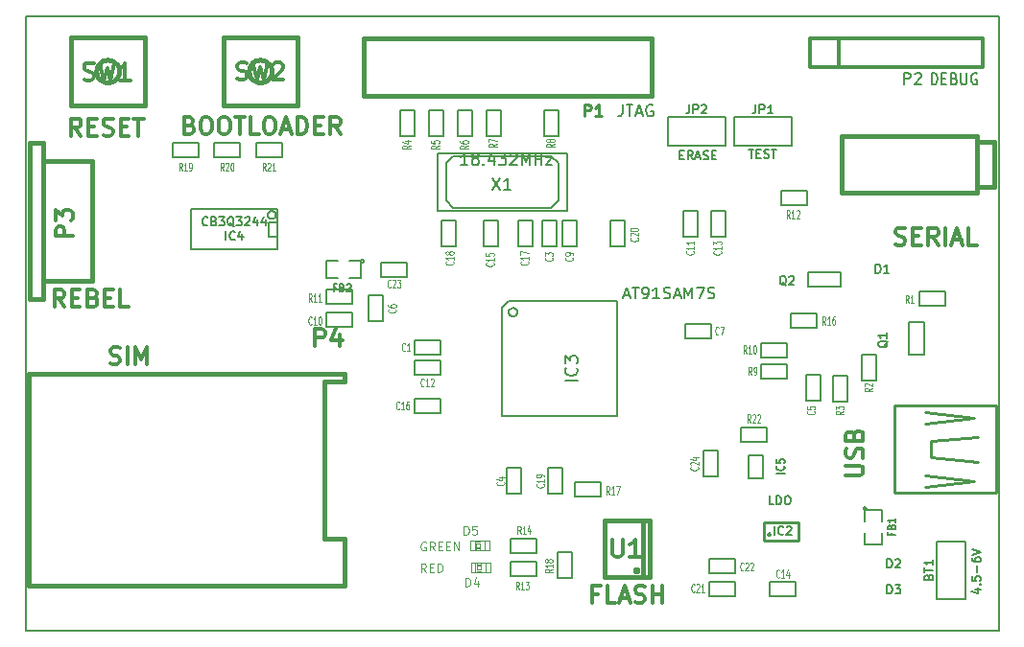
<source format=gto>
G04 (created by PCBNEW-RS274X (2011-06-08)-testing) date Di 21 Jun 2011 15:46:39 CEST*
G01*
G70*
G90*
%MOIN*%
G04 Gerber Fmt 3.4, Leading zero omitted, Abs format*
%FSLAX34Y34*%
G04 APERTURE LIST*
%ADD10C,0.006000*%
%ADD11C,0.008000*%
%ADD12C,0.015000*%
%ADD13C,0.002600*%
%ADD14C,0.004000*%
%ADD15C,0.005000*%
%ADD16C,0.012000*%
%ADD17C,0.010000*%
%ADD18C,0.006500*%
%ADD19C,0.003500*%
%ADD20C,0.004500*%
%ADD21C,0.005900*%
%ADD22C,0.007500*%
G04 APERTURE END LIST*
G54D10*
G54D11*
X14450Y-56300D02*
X14450Y-34950D01*
X48250Y-56300D02*
X14450Y-56300D01*
X48250Y-34950D02*
X48250Y-56300D01*
X15250Y-34950D02*
X48250Y-34950D01*
X14450Y-34950D02*
X15250Y-34950D01*
G54D12*
X15057Y-39963D02*
X16750Y-39963D01*
X16750Y-39963D02*
X16750Y-44137D01*
X16750Y-44137D02*
X15057Y-44137D01*
X14585Y-39333D02*
X15057Y-39333D01*
X14585Y-44767D02*
X15057Y-44767D01*
X14585Y-39333D02*
X14585Y-44767D01*
X15057Y-44767D02*
X15057Y-39333D01*
X47512Y-40887D02*
X48103Y-40887D01*
X48103Y-40887D02*
X48103Y-39313D01*
X48103Y-39313D02*
X47512Y-39313D01*
X47512Y-41084D02*
X42788Y-41084D01*
X42788Y-41084D02*
X42788Y-39116D01*
X42788Y-39116D02*
X47512Y-39116D01*
X47512Y-39116D02*
X47512Y-41084D01*
G54D13*
X30049Y-53514D02*
X30049Y-53160D01*
X30049Y-53160D02*
X29892Y-53160D01*
X29892Y-53514D02*
X29892Y-53160D01*
X30049Y-53514D02*
X29892Y-53514D01*
X30560Y-53514D02*
X30560Y-53160D01*
X30560Y-53160D02*
X30403Y-53160D01*
X30403Y-53514D02*
X30403Y-53160D01*
X30560Y-53514D02*
X30403Y-53514D01*
X30226Y-53514D02*
X30226Y-53455D01*
X30226Y-53455D02*
X30108Y-53455D01*
X30108Y-53514D02*
X30108Y-53455D01*
X30226Y-53514D02*
X30108Y-53514D01*
X30226Y-53219D02*
X30226Y-53160D01*
X30226Y-53160D02*
X30108Y-53160D01*
X30108Y-53219D02*
X30108Y-53160D01*
X30226Y-53219D02*
X30108Y-53219D01*
X30226Y-53396D02*
X30226Y-53278D01*
X30226Y-53278D02*
X30108Y-53278D01*
X30108Y-53396D02*
X30108Y-53278D01*
X30226Y-53396D02*
X30108Y-53396D01*
G54D14*
X30049Y-53494D02*
X30403Y-53494D01*
X30049Y-53180D02*
X30403Y-53180D01*
G54D13*
X30076Y-54292D02*
X30076Y-53938D01*
X30076Y-53938D02*
X29919Y-53938D01*
X29919Y-54292D02*
X29919Y-53938D01*
X30076Y-54292D02*
X29919Y-54292D01*
X30587Y-54292D02*
X30587Y-53938D01*
X30587Y-53938D02*
X30430Y-53938D01*
X30430Y-54292D02*
X30430Y-53938D01*
X30587Y-54292D02*
X30430Y-54292D01*
X30253Y-54292D02*
X30253Y-54233D01*
X30253Y-54233D02*
X30135Y-54233D01*
X30135Y-54292D02*
X30135Y-54233D01*
X30253Y-54292D02*
X30135Y-54292D01*
X30253Y-53997D02*
X30253Y-53938D01*
X30253Y-53938D02*
X30135Y-53938D01*
X30135Y-53997D02*
X30135Y-53938D01*
X30253Y-53997D02*
X30135Y-53997D01*
X30253Y-54174D02*
X30253Y-54056D01*
X30253Y-54056D02*
X30135Y-54056D01*
X30135Y-54174D02*
X30135Y-54056D01*
X30253Y-54174D02*
X30135Y-54174D01*
G54D14*
X30076Y-54272D02*
X30430Y-54272D01*
X30076Y-53958D02*
X30430Y-53958D01*
G54D12*
X36200Y-37700D02*
X26200Y-37700D01*
X36200Y-35700D02*
X26200Y-35700D01*
X26200Y-35700D02*
X26200Y-37700D01*
X36202Y-37700D02*
X36202Y-35700D01*
G54D10*
X36750Y-39450D02*
X36750Y-38450D01*
X36750Y-38450D02*
X38750Y-38450D01*
X38750Y-38450D02*
X38750Y-39450D01*
X38750Y-39450D02*
X36750Y-39450D01*
X39050Y-39450D02*
X39050Y-38450D01*
X39050Y-38450D02*
X41050Y-38450D01*
X41050Y-38450D02*
X41050Y-39450D01*
X41050Y-39450D02*
X39050Y-39450D01*
X46100Y-53200D02*
X47100Y-53200D01*
X47100Y-53200D02*
X47100Y-55200D01*
X47100Y-55200D02*
X46100Y-55200D01*
X46100Y-55200D02*
X46100Y-53200D01*
G54D11*
X32950Y-41350D02*
X32950Y-40050D01*
X32950Y-40050D02*
X32700Y-39800D01*
X32700Y-39800D02*
X29300Y-39800D01*
X29300Y-39800D02*
X29050Y-40050D01*
X29050Y-40050D02*
X29050Y-41350D01*
X29050Y-41350D02*
X29300Y-41600D01*
X29300Y-41600D02*
X32700Y-41600D01*
X32700Y-41600D02*
X32950Y-41350D01*
X28750Y-41700D02*
X28750Y-39700D01*
X28750Y-39700D02*
X33250Y-39700D01*
X33250Y-39700D02*
X33250Y-41700D01*
X33250Y-41700D02*
X28750Y-41700D01*
G54D15*
X33428Y-53586D02*
X33428Y-54486D01*
X33428Y-54486D02*
X32928Y-54486D01*
X32928Y-54486D02*
X32928Y-53586D01*
X32928Y-53586D02*
X33428Y-53586D01*
X33537Y-51150D02*
X34437Y-51150D01*
X34437Y-51150D02*
X34437Y-51650D01*
X34437Y-51650D02*
X33537Y-51650D01*
X33537Y-51650D02*
X33537Y-51150D01*
X41945Y-45787D02*
X41045Y-45787D01*
X41045Y-45787D02*
X41045Y-45287D01*
X41045Y-45287D02*
X41945Y-45287D01*
X41945Y-45287D02*
X41945Y-45787D01*
X32200Y-53600D02*
X31300Y-53600D01*
X31300Y-53600D02*
X31300Y-53100D01*
X31300Y-53100D02*
X32200Y-53100D01*
X32200Y-53100D02*
X32200Y-53600D01*
X32200Y-54400D02*
X31300Y-54400D01*
X31300Y-54400D02*
X31300Y-53900D01*
X31300Y-53900D02*
X32200Y-53900D01*
X32200Y-53900D02*
X32200Y-54400D01*
X40692Y-41017D02*
X41592Y-41017D01*
X41592Y-41017D02*
X41592Y-41517D01*
X41592Y-41517D02*
X40692Y-41517D01*
X40692Y-41517D02*
X40692Y-41017D01*
X24900Y-44450D02*
X25800Y-44450D01*
X25800Y-44450D02*
X25800Y-44950D01*
X25800Y-44950D02*
X24900Y-44950D01*
X24900Y-44950D02*
X24900Y-44450D01*
X40000Y-46300D02*
X40900Y-46300D01*
X40900Y-46300D02*
X40900Y-46800D01*
X40900Y-46800D02*
X40000Y-46800D01*
X40000Y-46800D02*
X40000Y-46300D01*
X40000Y-47050D02*
X40900Y-47050D01*
X40900Y-47050D02*
X40900Y-47550D01*
X40900Y-47550D02*
X40000Y-47550D01*
X40000Y-47550D02*
X40000Y-47050D01*
X32950Y-38200D02*
X32950Y-39100D01*
X32950Y-39100D02*
X32450Y-39100D01*
X32450Y-39100D02*
X32450Y-38200D01*
X32450Y-38200D02*
X32950Y-38200D01*
X30950Y-38200D02*
X30950Y-39100D01*
X30950Y-39100D02*
X30450Y-39100D01*
X30450Y-39100D02*
X30450Y-38200D01*
X30450Y-38200D02*
X30950Y-38200D01*
X29950Y-38200D02*
X29950Y-39100D01*
X29950Y-39100D02*
X29450Y-39100D01*
X29450Y-39100D02*
X29450Y-38200D01*
X29450Y-38200D02*
X29950Y-38200D01*
X28950Y-38200D02*
X28950Y-39100D01*
X28950Y-39100D02*
X28450Y-39100D01*
X28450Y-39100D02*
X28450Y-38200D01*
X28450Y-38200D02*
X28950Y-38200D01*
X27950Y-38200D02*
X27950Y-39100D01*
X27950Y-39100D02*
X27450Y-39100D01*
X27450Y-39100D02*
X27450Y-38200D01*
X27450Y-38200D02*
X27950Y-38200D01*
X42500Y-48350D02*
X42500Y-47450D01*
X42500Y-47450D02*
X43000Y-47450D01*
X43000Y-47450D02*
X43000Y-48350D01*
X43000Y-48350D02*
X42500Y-48350D01*
X43500Y-47600D02*
X43500Y-46700D01*
X43500Y-46700D02*
X44000Y-46700D01*
X44000Y-46700D02*
X44000Y-47600D01*
X44000Y-47600D02*
X43500Y-47600D01*
X46400Y-45000D02*
X45500Y-45000D01*
X45500Y-45000D02*
X45500Y-44500D01*
X45500Y-44500D02*
X46400Y-44500D01*
X46400Y-44500D02*
X46400Y-45000D01*
X27701Y-44013D02*
X26801Y-44013D01*
X26801Y-44013D02*
X26801Y-43513D01*
X26801Y-43513D02*
X27701Y-43513D01*
X27701Y-43513D02*
X27701Y-44013D01*
X38200Y-53800D02*
X39100Y-53800D01*
X39100Y-53800D02*
X39100Y-54300D01*
X39100Y-54300D02*
X38200Y-54300D01*
X38200Y-54300D02*
X38200Y-53800D01*
X38198Y-54607D02*
X39098Y-54607D01*
X39098Y-54607D02*
X39098Y-55107D01*
X39098Y-55107D02*
X38198Y-55107D01*
X38198Y-55107D02*
X38198Y-54607D01*
X34765Y-42935D02*
X34765Y-42035D01*
X34765Y-42035D02*
X35265Y-42035D01*
X35265Y-42035D02*
X35265Y-42935D01*
X35265Y-42935D02*
X34765Y-42935D01*
X33100Y-50650D02*
X33100Y-51550D01*
X33100Y-51550D02*
X32600Y-51550D01*
X32600Y-51550D02*
X32600Y-50650D01*
X32600Y-50650D02*
X33100Y-50650D01*
X29400Y-42050D02*
X29400Y-42950D01*
X29400Y-42950D02*
X28900Y-42950D01*
X28900Y-42950D02*
X28900Y-42050D01*
X28900Y-42050D02*
X29400Y-42050D01*
X31550Y-42950D02*
X31550Y-42050D01*
X31550Y-42050D02*
X32050Y-42050D01*
X32050Y-42050D02*
X32050Y-42950D01*
X32050Y-42950D02*
X31550Y-42950D01*
X28850Y-48750D02*
X27950Y-48750D01*
X27950Y-48750D02*
X27950Y-48250D01*
X27950Y-48250D02*
X28850Y-48250D01*
X28850Y-48250D02*
X28850Y-48750D01*
X30350Y-42950D02*
X30350Y-42050D01*
X30350Y-42050D02*
X30850Y-42050D01*
X30850Y-42050D02*
X30850Y-42950D01*
X30850Y-42950D02*
X30350Y-42950D01*
X41200Y-55100D02*
X40300Y-55100D01*
X40300Y-55100D02*
X40300Y-54600D01*
X40300Y-54600D02*
X41200Y-54600D01*
X41200Y-54600D02*
X41200Y-55100D01*
X38250Y-42600D02*
X38250Y-41700D01*
X38250Y-41700D02*
X38750Y-41700D01*
X38750Y-41700D02*
X38750Y-42600D01*
X38750Y-42600D02*
X38250Y-42600D01*
X28850Y-47400D02*
X27950Y-47400D01*
X27950Y-47400D02*
X27950Y-46900D01*
X27950Y-46900D02*
X28850Y-46900D01*
X28850Y-46900D02*
X28850Y-47400D01*
X37300Y-42600D02*
X37300Y-41700D01*
X37300Y-41700D02*
X37800Y-41700D01*
X37800Y-41700D02*
X37800Y-42600D01*
X37800Y-42600D02*
X37300Y-42600D01*
X25800Y-45750D02*
X24900Y-45750D01*
X24900Y-45750D02*
X24900Y-45250D01*
X24900Y-45250D02*
X25800Y-45250D01*
X25800Y-45250D02*
X25800Y-45750D01*
X33100Y-42950D02*
X33100Y-42050D01*
X33100Y-42050D02*
X33600Y-42050D01*
X33600Y-42050D02*
X33600Y-42950D01*
X33600Y-42950D02*
X33100Y-42950D01*
X37350Y-45650D02*
X38250Y-45650D01*
X38250Y-45650D02*
X38250Y-46150D01*
X38250Y-46150D02*
X37350Y-46150D01*
X37350Y-46150D02*
X37350Y-45650D01*
X26350Y-45550D02*
X26350Y-44650D01*
X26350Y-44650D02*
X26850Y-44650D01*
X26850Y-44650D02*
X26850Y-45550D01*
X26850Y-45550D02*
X26350Y-45550D01*
X41550Y-48300D02*
X41550Y-47400D01*
X41550Y-47400D02*
X42050Y-47400D01*
X42050Y-47400D02*
X42050Y-48300D01*
X42050Y-48300D02*
X41550Y-48300D01*
X31670Y-50659D02*
X31670Y-51559D01*
X31670Y-51559D02*
X31170Y-51559D01*
X31170Y-51559D02*
X31170Y-50659D01*
X31170Y-50659D02*
X31670Y-50659D01*
X32397Y-42954D02*
X32397Y-42054D01*
X32397Y-42054D02*
X32897Y-42054D01*
X32897Y-42054D02*
X32897Y-42954D01*
X32897Y-42954D02*
X32397Y-42954D01*
X28850Y-46700D02*
X27950Y-46700D01*
X27950Y-46700D02*
X27950Y-46200D01*
X27950Y-46200D02*
X28850Y-46200D01*
X28850Y-46200D02*
X28850Y-46700D01*
X26195Y-43453D02*
X26194Y-43462D01*
X26191Y-43472D01*
X26186Y-43480D01*
X26180Y-43488D01*
X26172Y-43494D01*
X26164Y-43499D01*
X26155Y-43501D01*
X26145Y-43502D01*
X26136Y-43502D01*
X26127Y-43499D01*
X26118Y-43494D01*
X26111Y-43488D01*
X26104Y-43481D01*
X26100Y-43472D01*
X26097Y-43463D01*
X26096Y-43453D01*
X26096Y-43444D01*
X26099Y-43435D01*
X26103Y-43426D01*
X26110Y-43419D01*
X26117Y-43412D01*
X26125Y-43408D01*
X26135Y-43405D01*
X26144Y-43404D01*
X26153Y-43404D01*
X26163Y-43407D01*
X26171Y-43411D01*
X26179Y-43417D01*
X26185Y-43425D01*
X26190Y-43433D01*
X26193Y-43442D01*
X26194Y-43452D01*
X26195Y-43453D01*
X25695Y-43453D02*
X26095Y-43453D01*
X26095Y-43453D02*
X26095Y-44053D01*
X26095Y-44053D02*
X25695Y-44053D01*
X25295Y-44053D02*
X24895Y-44053D01*
X24895Y-44053D02*
X24895Y-43453D01*
X24895Y-43453D02*
X25295Y-43453D01*
X43650Y-52050D02*
X43649Y-52059D01*
X43646Y-52069D01*
X43641Y-52077D01*
X43635Y-52085D01*
X43627Y-52091D01*
X43619Y-52096D01*
X43610Y-52098D01*
X43600Y-52099D01*
X43591Y-52099D01*
X43582Y-52096D01*
X43573Y-52091D01*
X43566Y-52085D01*
X43559Y-52078D01*
X43555Y-52069D01*
X43552Y-52060D01*
X43551Y-52050D01*
X43551Y-52041D01*
X43554Y-52032D01*
X43558Y-52023D01*
X43565Y-52016D01*
X43572Y-52009D01*
X43580Y-52005D01*
X43590Y-52002D01*
X43599Y-52001D01*
X43608Y-52001D01*
X43618Y-52004D01*
X43626Y-52008D01*
X43634Y-52014D01*
X43640Y-52022D01*
X43645Y-52030D01*
X43648Y-52039D01*
X43649Y-52049D01*
X43650Y-52050D01*
X43600Y-52500D02*
X43600Y-52100D01*
X43600Y-52100D02*
X44200Y-52100D01*
X44200Y-52100D02*
X44200Y-52500D01*
X44200Y-52900D02*
X44200Y-53300D01*
X44200Y-53300D02*
X43600Y-53300D01*
X43600Y-53300D02*
X43600Y-52900D01*
G54D12*
X35695Y-54210D02*
X35694Y-54217D01*
X35692Y-54224D01*
X35688Y-54231D01*
X35683Y-54237D01*
X35677Y-54242D01*
X35671Y-54245D01*
X35663Y-54248D01*
X35656Y-54248D01*
X35649Y-54248D01*
X35642Y-54246D01*
X35635Y-54242D01*
X35629Y-54237D01*
X35624Y-54232D01*
X35621Y-54225D01*
X35618Y-54218D01*
X35618Y-54210D01*
X35618Y-54203D01*
X35620Y-54196D01*
X35624Y-54189D01*
X35628Y-54183D01*
X35634Y-54178D01*
X35641Y-54175D01*
X35648Y-54172D01*
X35656Y-54172D01*
X35662Y-54172D01*
X35670Y-54174D01*
X35676Y-54178D01*
X35682Y-54182D01*
X35687Y-54188D01*
X35691Y-54195D01*
X35694Y-54202D01*
X35694Y-54209D01*
X35695Y-54210D01*
X35892Y-54446D02*
X35892Y-52478D01*
X36128Y-54446D02*
X34554Y-54446D01*
X34554Y-54446D02*
X34554Y-52478D01*
X34554Y-52478D02*
X36128Y-52478D01*
X36128Y-52478D02*
X36128Y-54446D01*
G54D11*
X31532Y-45232D02*
X31529Y-45261D01*
X31520Y-45289D01*
X31506Y-45315D01*
X31488Y-45337D01*
X31465Y-45356D01*
X31440Y-45370D01*
X31412Y-45378D01*
X31383Y-45381D01*
X31354Y-45379D01*
X31326Y-45371D01*
X31300Y-45357D01*
X31278Y-45339D01*
X31259Y-45316D01*
X31245Y-45291D01*
X31236Y-45263D01*
X31233Y-45234D01*
X31235Y-45205D01*
X31243Y-45177D01*
X31256Y-45151D01*
X31275Y-45128D01*
X31297Y-45109D01*
X31322Y-45095D01*
X31350Y-45086D01*
X31379Y-45083D01*
X31408Y-45085D01*
X31436Y-45093D01*
X31462Y-45106D01*
X31485Y-45124D01*
X31504Y-45146D01*
X31519Y-45171D01*
X31528Y-45199D01*
X31531Y-45228D01*
X31532Y-45232D01*
X34982Y-48832D02*
X34982Y-44832D01*
X34982Y-44832D02*
X31232Y-44832D01*
X31232Y-44832D02*
X30982Y-45082D01*
X30982Y-45082D02*
X30982Y-48832D01*
X30982Y-48832D02*
X34982Y-48832D01*
G54D16*
X41700Y-36700D02*
X41700Y-35700D01*
X41700Y-35700D02*
X47700Y-35700D01*
X47700Y-35700D02*
X47700Y-36700D01*
X47700Y-36700D02*
X41700Y-36700D01*
X42700Y-36700D02*
X42700Y-35700D01*
G54D15*
X42771Y-43844D02*
X42771Y-44356D01*
X42771Y-44356D02*
X41629Y-44356D01*
X41629Y-44356D02*
X41629Y-43844D01*
X41629Y-43844D02*
X42771Y-43844D01*
X45144Y-45579D02*
X45656Y-45579D01*
X45656Y-45579D02*
X45656Y-46721D01*
X45656Y-46721D02*
X45144Y-46721D01*
X45144Y-46721D02*
X45144Y-45579D01*
G54D12*
X17694Y-36850D02*
X17686Y-36926D01*
X17664Y-37000D01*
X17628Y-37068D01*
X17579Y-37127D01*
X17520Y-37176D01*
X17452Y-37213D01*
X17379Y-37235D01*
X17302Y-37243D01*
X17227Y-37237D01*
X17153Y-37215D01*
X17085Y-37179D01*
X17025Y-37131D01*
X16975Y-37072D01*
X16938Y-37005D01*
X16915Y-36931D01*
X16907Y-36855D01*
X16913Y-36779D01*
X16934Y-36705D01*
X16969Y-36637D01*
X17017Y-36577D01*
X17076Y-36527D01*
X17143Y-36489D01*
X17216Y-36466D01*
X17292Y-36457D01*
X17368Y-36462D01*
X17442Y-36483D01*
X17511Y-36518D01*
X17571Y-36565D01*
X17621Y-36623D01*
X17659Y-36690D01*
X17684Y-36763D01*
X17693Y-36839D01*
X17694Y-36850D01*
X18580Y-35669D02*
X16020Y-35669D01*
X16020Y-35669D02*
X16020Y-38031D01*
X16020Y-38031D02*
X18580Y-38031D01*
X18580Y-38031D02*
X18580Y-35669D01*
X22994Y-36850D02*
X22986Y-36926D01*
X22964Y-37000D01*
X22928Y-37068D01*
X22879Y-37127D01*
X22820Y-37176D01*
X22752Y-37213D01*
X22679Y-37235D01*
X22602Y-37243D01*
X22527Y-37237D01*
X22453Y-37215D01*
X22385Y-37179D01*
X22325Y-37131D01*
X22275Y-37072D01*
X22238Y-37005D01*
X22215Y-36931D01*
X22207Y-36855D01*
X22213Y-36779D01*
X22234Y-36705D01*
X22269Y-36637D01*
X22317Y-36577D01*
X22376Y-36527D01*
X22443Y-36489D01*
X22516Y-36466D01*
X22592Y-36457D01*
X22668Y-36462D01*
X22742Y-36483D01*
X22811Y-36518D01*
X22871Y-36565D01*
X22921Y-36623D01*
X22959Y-36690D01*
X22984Y-36763D01*
X22993Y-36839D01*
X22994Y-36850D01*
X23880Y-35669D02*
X21320Y-35669D01*
X21320Y-35669D02*
X21320Y-38031D01*
X21320Y-38031D02*
X23880Y-38031D01*
X23880Y-38031D02*
X23880Y-35669D01*
G54D17*
X47540Y-50433D02*
X45886Y-50276D01*
X45886Y-50276D02*
X45886Y-49724D01*
X45886Y-49724D02*
X47540Y-49567D01*
X45689Y-49094D02*
X47382Y-48898D01*
X47382Y-48898D02*
X45689Y-48701D01*
X45689Y-51299D02*
X47382Y-51102D01*
X47382Y-51102D02*
X45689Y-50906D01*
X48170Y-51516D02*
X48170Y-48484D01*
X48170Y-48484D02*
X44626Y-48484D01*
X44626Y-48484D02*
X44626Y-51516D01*
X44626Y-51516D02*
X48170Y-51516D01*
G54D12*
X25541Y-53097D02*
X24824Y-53097D01*
X24824Y-53097D02*
X24824Y-47637D01*
X24824Y-47637D02*
X25541Y-47637D01*
X25541Y-47637D02*
X25541Y-47369D01*
X25541Y-47369D02*
X14576Y-47369D01*
X14576Y-47369D02*
X14576Y-51215D01*
X14576Y-51215D02*
X14576Y-54731D01*
X14576Y-54731D02*
X25541Y-54731D01*
X25541Y-54731D02*
X25541Y-53097D01*
G54D18*
X20200Y-43050D02*
X23200Y-43050D01*
X23200Y-41650D02*
X20200Y-41650D01*
X20200Y-43050D02*
X20200Y-41650D01*
G54D10*
X23200Y-41650D02*
X23200Y-43050D01*
G54D15*
X23141Y-41850D02*
X23138Y-41877D01*
X23130Y-41903D01*
X23117Y-41928D01*
X23100Y-41949D01*
X23078Y-41966D01*
X23054Y-41979D01*
X23028Y-41988D01*
X23000Y-41990D01*
X22974Y-41988D01*
X22948Y-41980D01*
X22923Y-41967D01*
X22902Y-41950D01*
X22884Y-41929D01*
X22871Y-41905D01*
X22863Y-41879D01*
X22860Y-41851D01*
X22862Y-41825D01*
X22869Y-41799D01*
X22882Y-41774D01*
X22899Y-41753D01*
X22920Y-41735D01*
X22944Y-41721D01*
X22970Y-41713D01*
X22998Y-41710D01*
X23024Y-41712D01*
X23050Y-41719D01*
X23075Y-41731D01*
X23097Y-41748D01*
X23115Y-41769D01*
X23128Y-41793D01*
X23137Y-41819D01*
X23140Y-41847D01*
X23141Y-41850D01*
X23200Y-42600D02*
X22900Y-42600D01*
X22900Y-42600D02*
X22900Y-42100D01*
X22900Y-42100D02*
X23200Y-42100D01*
X40200Y-49750D02*
X39300Y-49750D01*
X39300Y-49750D02*
X39300Y-49250D01*
X39300Y-49250D02*
X40200Y-49250D01*
X40200Y-49250D02*
X40200Y-49750D01*
X23350Y-39850D02*
X22450Y-39850D01*
X22450Y-39850D02*
X22450Y-39350D01*
X22450Y-39350D02*
X23350Y-39350D01*
X23350Y-39350D02*
X23350Y-39850D01*
X21000Y-39350D02*
X21900Y-39350D01*
X21900Y-39350D02*
X21900Y-39850D01*
X21900Y-39850D02*
X21000Y-39850D01*
X21000Y-39850D02*
X21000Y-39350D01*
X19550Y-39350D02*
X20450Y-39350D01*
X20450Y-39350D02*
X20450Y-39850D01*
X20450Y-39850D02*
X19550Y-39850D01*
X19550Y-39850D02*
X19550Y-39350D01*
X38500Y-50050D02*
X38500Y-50950D01*
X38500Y-50950D02*
X38000Y-50950D01*
X38000Y-50950D02*
X38000Y-50050D01*
X38000Y-50050D02*
X38500Y-50050D01*
G54D10*
X40050Y-51000D02*
X40050Y-50200D01*
X40050Y-50200D02*
X39550Y-50200D01*
X39550Y-50200D02*
X39550Y-51000D01*
X39550Y-51000D02*
X40050Y-51000D01*
G54D17*
X40294Y-52948D02*
X40293Y-52953D01*
X40291Y-52958D01*
X40289Y-52962D01*
X40286Y-52967D01*
X40282Y-52970D01*
X40277Y-52972D01*
X40272Y-52974D01*
X40267Y-52974D01*
X40262Y-52974D01*
X40257Y-52973D01*
X40253Y-52970D01*
X40249Y-52967D01*
X40245Y-52963D01*
X40243Y-52958D01*
X40241Y-52953D01*
X40241Y-52948D01*
X40241Y-52944D01*
X40242Y-52939D01*
X40245Y-52934D01*
X40248Y-52930D01*
X40252Y-52926D01*
X40257Y-52924D01*
X40262Y-52922D01*
X40267Y-52922D01*
X40271Y-52922D01*
X40276Y-52923D01*
X40281Y-52926D01*
X40285Y-52929D01*
X40289Y-52933D01*
X40291Y-52938D01*
X40293Y-52943D01*
X40293Y-52948D01*
X40294Y-52948D01*
X40109Y-52535D02*
X41291Y-52535D01*
X41291Y-52535D02*
X41291Y-53165D01*
X41291Y-53165D02*
X40109Y-53165D01*
X40109Y-53165D02*
X40109Y-52535D01*
G54D16*
X16093Y-42592D02*
X15493Y-42592D01*
X15493Y-42364D01*
X15521Y-42306D01*
X15550Y-42278D01*
X15607Y-42249D01*
X15693Y-42249D01*
X15750Y-42278D01*
X15779Y-42306D01*
X15807Y-42364D01*
X15807Y-42592D01*
X15493Y-42049D02*
X15493Y-41678D01*
X15721Y-41878D01*
X15721Y-41792D01*
X15750Y-41735D01*
X15779Y-41706D01*
X15836Y-41678D01*
X15979Y-41678D01*
X16036Y-41706D01*
X16064Y-41735D01*
X16093Y-41792D01*
X16093Y-41964D01*
X16064Y-42021D01*
X16036Y-42049D01*
X15800Y-45043D02*
X15600Y-44757D01*
X15457Y-45043D02*
X15457Y-44443D01*
X15685Y-44443D01*
X15743Y-44471D01*
X15771Y-44500D01*
X15800Y-44557D01*
X15800Y-44643D01*
X15771Y-44700D01*
X15743Y-44729D01*
X15685Y-44757D01*
X15457Y-44757D01*
X16057Y-44729D02*
X16257Y-44729D01*
X16343Y-45043D02*
X16057Y-45043D01*
X16057Y-44443D01*
X16343Y-44443D01*
X16800Y-44729D02*
X16886Y-44757D01*
X16914Y-44786D01*
X16943Y-44843D01*
X16943Y-44929D01*
X16914Y-44986D01*
X16886Y-45014D01*
X16828Y-45043D01*
X16600Y-45043D01*
X16600Y-44443D01*
X16800Y-44443D01*
X16857Y-44471D01*
X16886Y-44500D01*
X16914Y-44557D01*
X16914Y-44614D01*
X16886Y-44671D01*
X16857Y-44700D01*
X16800Y-44729D01*
X16600Y-44729D01*
X17200Y-44729D02*
X17400Y-44729D01*
X17486Y-45043D02*
X17200Y-45043D01*
X17200Y-44443D01*
X17486Y-44443D01*
X18029Y-45043D02*
X17743Y-45043D01*
X17743Y-44443D01*
X44664Y-42864D02*
X44750Y-42893D01*
X44893Y-42893D01*
X44950Y-42864D01*
X44979Y-42836D01*
X45007Y-42779D01*
X45007Y-42721D01*
X44979Y-42664D01*
X44950Y-42636D01*
X44893Y-42607D01*
X44779Y-42579D01*
X44721Y-42550D01*
X44693Y-42521D01*
X44664Y-42464D01*
X44664Y-42407D01*
X44693Y-42350D01*
X44721Y-42321D01*
X44779Y-42293D01*
X44921Y-42293D01*
X45007Y-42321D01*
X45264Y-42579D02*
X45464Y-42579D01*
X45550Y-42893D02*
X45264Y-42893D01*
X45264Y-42293D01*
X45550Y-42293D01*
X46150Y-42893D02*
X45950Y-42607D01*
X45807Y-42893D02*
X45807Y-42293D01*
X46035Y-42293D01*
X46093Y-42321D01*
X46121Y-42350D01*
X46150Y-42407D01*
X46150Y-42493D01*
X46121Y-42550D01*
X46093Y-42579D01*
X46035Y-42607D01*
X45807Y-42607D01*
X46407Y-42893D02*
X46407Y-42293D01*
X46664Y-42721D02*
X46950Y-42721D01*
X46607Y-42893D02*
X46807Y-42293D01*
X47007Y-42893D01*
X47493Y-42893D02*
X47207Y-42893D01*
X47207Y-42293D01*
G54D19*
X29678Y-52971D02*
X29678Y-52671D01*
X29750Y-52671D01*
X29793Y-52686D01*
X29821Y-52714D01*
X29836Y-52743D01*
X29850Y-52800D01*
X29850Y-52843D01*
X29836Y-52900D01*
X29821Y-52929D01*
X29793Y-52957D01*
X29750Y-52971D01*
X29678Y-52971D01*
X30121Y-52671D02*
X29978Y-52671D01*
X29964Y-52814D01*
X29978Y-52800D01*
X30007Y-52786D01*
X30078Y-52786D01*
X30107Y-52800D01*
X30121Y-52814D01*
X30136Y-52843D01*
X30136Y-52914D01*
X30121Y-52943D01*
X30107Y-52957D01*
X30078Y-52971D01*
X30007Y-52971D01*
X29978Y-52957D01*
X29964Y-52943D01*
X28351Y-53236D02*
X28322Y-53221D01*
X28279Y-53221D01*
X28236Y-53236D01*
X28208Y-53264D01*
X28193Y-53293D01*
X28179Y-53350D01*
X28179Y-53393D01*
X28193Y-53450D01*
X28208Y-53479D01*
X28236Y-53507D01*
X28279Y-53521D01*
X28308Y-53521D01*
X28351Y-53507D01*
X28365Y-53493D01*
X28365Y-53393D01*
X28308Y-53393D01*
X28665Y-53521D02*
X28565Y-53379D01*
X28493Y-53521D02*
X28493Y-53221D01*
X28608Y-53221D01*
X28636Y-53236D01*
X28651Y-53250D01*
X28665Y-53279D01*
X28665Y-53321D01*
X28651Y-53350D01*
X28636Y-53364D01*
X28608Y-53379D01*
X28493Y-53379D01*
X28793Y-53364D02*
X28893Y-53364D01*
X28936Y-53521D02*
X28793Y-53521D01*
X28793Y-53221D01*
X28936Y-53221D01*
X29064Y-53364D02*
X29164Y-53364D01*
X29207Y-53521D02*
X29064Y-53521D01*
X29064Y-53221D01*
X29207Y-53221D01*
X29335Y-53521D02*
X29335Y-53221D01*
X29507Y-53521D01*
X29507Y-53221D01*
X29728Y-54771D02*
X29728Y-54471D01*
X29800Y-54471D01*
X29843Y-54486D01*
X29871Y-54514D01*
X29886Y-54543D01*
X29900Y-54600D01*
X29900Y-54643D01*
X29886Y-54700D01*
X29871Y-54729D01*
X29843Y-54757D01*
X29800Y-54771D01*
X29728Y-54771D01*
X30157Y-54571D02*
X30157Y-54771D01*
X30086Y-54457D02*
X30014Y-54671D01*
X30200Y-54671D01*
X28358Y-54271D02*
X28258Y-54129D01*
X28186Y-54271D02*
X28186Y-53971D01*
X28301Y-53971D01*
X28329Y-53986D01*
X28344Y-54000D01*
X28358Y-54029D01*
X28358Y-54071D01*
X28344Y-54100D01*
X28329Y-54114D01*
X28301Y-54129D01*
X28186Y-54129D01*
X28486Y-54114D02*
X28586Y-54114D01*
X28629Y-54271D02*
X28486Y-54271D01*
X28486Y-53971D01*
X28629Y-53971D01*
X28757Y-54271D02*
X28757Y-53971D01*
X28829Y-53971D01*
X28872Y-53986D01*
X28900Y-54014D01*
X28915Y-54043D01*
X28929Y-54100D01*
X28929Y-54143D01*
X28915Y-54200D01*
X28900Y-54229D01*
X28872Y-54257D01*
X28829Y-54271D01*
X28757Y-54271D01*
G54D17*
X33855Y-38412D02*
X33855Y-38012D01*
X34008Y-38012D01*
X34046Y-38031D01*
X34065Y-38050D01*
X34084Y-38088D01*
X34084Y-38145D01*
X34065Y-38183D01*
X34046Y-38202D01*
X34008Y-38221D01*
X33855Y-38221D01*
X34465Y-38412D02*
X34236Y-38412D01*
X34350Y-38412D02*
X34350Y-38012D01*
X34312Y-38069D01*
X34274Y-38107D01*
X34236Y-38126D01*
G54D11*
X35184Y-38012D02*
X35184Y-38298D01*
X35164Y-38355D01*
X35126Y-38393D01*
X35069Y-38412D01*
X35031Y-38412D01*
X35317Y-38012D02*
X35546Y-38012D01*
X35431Y-38412D02*
X35431Y-38012D01*
X35660Y-38298D02*
X35851Y-38298D01*
X35622Y-38412D02*
X35755Y-38012D01*
X35889Y-38412D01*
X36232Y-38031D02*
X36194Y-38012D01*
X36137Y-38012D01*
X36079Y-38031D01*
X36041Y-38069D01*
X36022Y-38107D01*
X36003Y-38183D01*
X36003Y-38240D01*
X36022Y-38317D01*
X36041Y-38355D01*
X36079Y-38393D01*
X36137Y-38412D01*
X36175Y-38412D01*
X36232Y-38393D01*
X36251Y-38374D01*
X36251Y-38240D01*
X36175Y-38240D01*
G54D10*
X37500Y-38021D02*
X37500Y-38236D01*
X37486Y-38279D01*
X37457Y-38307D01*
X37414Y-38321D01*
X37386Y-38321D01*
X37643Y-38321D02*
X37643Y-38021D01*
X37758Y-38021D01*
X37786Y-38036D01*
X37801Y-38050D01*
X37815Y-38079D01*
X37815Y-38121D01*
X37801Y-38150D01*
X37786Y-38164D01*
X37758Y-38179D01*
X37643Y-38179D01*
X37929Y-38050D02*
X37943Y-38036D01*
X37972Y-38021D01*
X38043Y-38021D01*
X38072Y-38036D01*
X38086Y-38050D01*
X38101Y-38079D01*
X38101Y-38107D01*
X38086Y-38150D01*
X37915Y-38321D01*
X38101Y-38321D01*
X37179Y-39764D02*
X37279Y-39764D01*
X37322Y-39921D02*
X37179Y-39921D01*
X37179Y-39621D01*
X37322Y-39621D01*
X37622Y-39921D02*
X37522Y-39779D01*
X37450Y-39921D02*
X37450Y-39621D01*
X37565Y-39621D01*
X37593Y-39636D01*
X37608Y-39650D01*
X37622Y-39679D01*
X37622Y-39721D01*
X37608Y-39750D01*
X37593Y-39764D01*
X37565Y-39779D01*
X37450Y-39779D01*
X37736Y-39836D02*
X37879Y-39836D01*
X37708Y-39921D02*
X37808Y-39621D01*
X37908Y-39921D01*
X37993Y-39907D02*
X38036Y-39921D01*
X38107Y-39921D01*
X38136Y-39907D01*
X38150Y-39893D01*
X38165Y-39864D01*
X38165Y-39836D01*
X38150Y-39807D01*
X38136Y-39793D01*
X38107Y-39779D01*
X38050Y-39764D01*
X38022Y-39750D01*
X38007Y-39736D01*
X37993Y-39707D01*
X37993Y-39679D01*
X38007Y-39650D01*
X38022Y-39636D01*
X38050Y-39621D01*
X38122Y-39621D01*
X38165Y-39636D01*
X38293Y-39764D02*
X38393Y-39764D01*
X38436Y-39921D02*
X38293Y-39921D01*
X38293Y-39621D01*
X38436Y-39621D01*
X39800Y-38021D02*
X39800Y-38236D01*
X39786Y-38279D01*
X39757Y-38307D01*
X39714Y-38321D01*
X39686Y-38321D01*
X39943Y-38321D02*
X39943Y-38021D01*
X40058Y-38021D01*
X40086Y-38036D01*
X40101Y-38050D01*
X40115Y-38079D01*
X40115Y-38121D01*
X40101Y-38150D01*
X40086Y-38164D01*
X40058Y-38179D01*
X39943Y-38179D01*
X40401Y-38321D02*
X40229Y-38321D01*
X40315Y-38321D02*
X40315Y-38021D01*
X40286Y-38064D01*
X40258Y-38093D01*
X40229Y-38107D01*
X39572Y-39571D02*
X39743Y-39571D01*
X39657Y-39871D02*
X39657Y-39571D01*
X39843Y-39714D02*
X39943Y-39714D01*
X39986Y-39871D02*
X39843Y-39871D01*
X39843Y-39571D01*
X39986Y-39571D01*
X40100Y-39857D02*
X40143Y-39871D01*
X40214Y-39871D01*
X40243Y-39857D01*
X40257Y-39843D01*
X40272Y-39814D01*
X40272Y-39786D01*
X40257Y-39757D01*
X40243Y-39743D01*
X40214Y-39729D01*
X40157Y-39714D01*
X40129Y-39700D01*
X40114Y-39686D01*
X40100Y-39657D01*
X40100Y-39629D01*
X40114Y-39600D01*
X40129Y-39586D01*
X40157Y-39571D01*
X40229Y-39571D01*
X40272Y-39586D01*
X40358Y-39571D02*
X40529Y-39571D01*
X40443Y-39871D02*
X40443Y-39571D01*
X45814Y-54436D02*
X45829Y-54393D01*
X45843Y-54378D01*
X45871Y-54364D01*
X45914Y-54364D01*
X45943Y-54378D01*
X45957Y-54393D01*
X45971Y-54421D01*
X45971Y-54536D01*
X45671Y-54536D01*
X45671Y-54436D01*
X45686Y-54407D01*
X45700Y-54393D01*
X45729Y-54378D01*
X45757Y-54378D01*
X45786Y-54393D01*
X45800Y-54407D01*
X45814Y-54436D01*
X45814Y-54536D01*
X45671Y-54278D02*
X45671Y-54107D01*
X45971Y-54193D02*
X45671Y-54193D01*
X45971Y-53849D02*
X45971Y-54021D01*
X45971Y-53935D02*
X45671Y-53935D01*
X45714Y-53964D01*
X45743Y-53992D01*
X45757Y-54021D01*
X47421Y-54864D02*
X47621Y-54864D01*
X47307Y-54935D02*
X47521Y-55007D01*
X47521Y-54821D01*
X47593Y-54707D02*
X47607Y-54692D01*
X47621Y-54707D01*
X47607Y-54721D01*
X47593Y-54707D01*
X47621Y-54707D01*
X47321Y-54421D02*
X47321Y-54564D01*
X47464Y-54578D01*
X47450Y-54564D01*
X47436Y-54535D01*
X47436Y-54464D01*
X47450Y-54435D01*
X47464Y-54421D01*
X47493Y-54406D01*
X47564Y-54406D01*
X47593Y-54421D01*
X47607Y-54435D01*
X47621Y-54464D01*
X47621Y-54535D01*
X47607Y-54564D01*
X47593Y-54578D01*
X47507Y-54278D02*
X47507Y-54049D01*
X47321Y-53778D02*
X47321Y-53835D01*
X47336Y-53864D01*
X47350Y-53878D01*
X47393Y-53907D01*
X47450Y-53921D01*
X47564Y-53921D01*
X47593Y-53907D01*
X47607Y-53892D01*
X47621Y-53864D01*
X47621Y-53807D01*
X47607Y-53778D01*
X47593Y-53764D01*
X47564Y-53749D01*
X47493Y-53749D01*
X47464Y-53764D01*
X47450Y-53778D01*
X47436Y-53807D01*
X47436Y-53864D01*
X47450Y-53892D01*
X47464Y-53907D01*
X47493Y-53921D01*
X47321Y-53663D02*
X47621Y-53563D01*
X47321Y-53463D01*
G54D11*
X30676Y-40562D02*
X30943Y-40962D01*
X30943Y-40562D02*
X30676Y-40962D01*
X31305Y-40962D02*
X31076Y-40962D01*
X31190Y-40962D02*
X31190Y-40562D01*
X31152Y-40619D01*
X31114Y-40657D01*
X31076Y-40676D01*
X29808Y-40112D02*
X29579Y-40112D01*
X29693Y-40112D02*
X29693Y-39712D01*
X29655Y-39769D01*
X29617Y-39807D01*
X29579Y-39826D01*
X30036Y-39883D02*
X29998Y-39864D01*
X29979Y-39845D01*
X29960Y-39807D01*
X29960Y-39788D01*
X29979Y-39750D01*
X29998Y-39731D01*
X30036Y-39712D01*
X30113Y-39712D01*
X30151Y-39731D01*
X30170Y-39750D01*
X30189Y-39788D01*
X30189Y-39807D01*
X30170Y-39845D01*
X30151Y-39864D01*
X30113Y-39883D01*
X30036Y-39883D01*
X29998Y-39902D01*
X29979Y-39921D01*
X29960Y-39960D01*
X29960Y-40036D01*
X29979Y-40074D01*
X29998Y-40093D01*
X30036Y-40112D01*
X30113Y-40112D01*
X30151Y-40093D01*
X30170Y-40074D01*
X30189Y-40036D01*
X30189Y-39960D01*
X30170Y-39921D01*
X30151Y-39902D01*
X30113Y-39883D01*
X30360Y-40074D02*
X30379Y-40093D01*
X30360Y-40112D01*
X30341Y-40093D01*
X30360Y-40074D01*
X30360Y-40112D01*
X30722Y-39845D02*
X30722Y-40112D01*
X30626Y-39693D02*
X30531Y-39979D01*
X30779Y-39979D01*
X30893Y-39712D02*
X31141Y-39712D01*
X31007Y-39864D01*
X31065Y-39864D01*
X31103Y-39883D01*
X31122Y-39902D01*
X31141Y-39940D01*
X31141Y-40036D01*
X31122Y-40074D01*
X31103Y-40093D01*
X31065Y-40112D01*
X30950Y-40112D01*
X30912Y-40093D01*
X30893Y-40074D01*
X31293Y-39750D02*
X31312Y-39731D01*
X31350Y-39712D01*
X31446Y-39712D01*
X31484Y-39731D01*
X31503Y-39750D01*
X31522Y-39788D01*
X31522Y-39826D01*
X31503Y-39883D01*
X31274Y-40112D01*
X31522Y-40112D01*
X31693Y-40112D02*
X31693Y-39712D01*
X31827Y-39998D01*
X31960Y-39712D01*
X31960Y-40112D01*
X32150Y-40112D02*
X32150Y-39712D01*
X32150Y-39902D02*
X32379Y-39902D01*
X32379Y-40112D02*
X32379Y-39712D01*
X32531Y-39845D02*
X32741Y-39845D01*
X32531Y-40112D01*
X32741Y-40112D01*
G54D20*
X32763Y-54165D02*
X32630Y-54225D01*
X32763Y-54268D02*
X32483Y-54268D01*
X32483Y-54200D01*
X32497Y-54182D01*
X32510Y-54174D01*
X32537Y-54165D01*
X32577Y-54165D01*
X32603Y-54174D01*
X32617Y-54182D01*
X32630Y-54200D01*
X32630Y-54268D01*
X32763Y-53994D02*
X32763Y-54097D01*
X32763Y-54045D02*
X32483Y-54045D01*
X32523Y-54062D01*
X32550Y-54080D01*
X32563Y-54097D01*
X32603Y-53891D02*
X32590Y-53909D01*
X32577Y-53917D01*
X32550Y-53926D01*
X32537Y-53926D01*
X32510Y-53917D01*
X32497Y-53909D01*
X32483Y-53891D01*
X32483Y-53857D01*
X32497Y-53840D01*
X32510Y-53831D01*
X32537Y-53823D01*
X32550Y-53823D01*
X32577Y-53831D01*
X32590Y-53840D01*
X32603Y-53857D01*
X32603Y-53891D01*
X32617Y-53909D01*
X32630Y-53917D01*
X32657Y-53926D01*
X32710Y-53926D01*
X32737Y-53917D01*
X32750Y-53909D01*
X32763Y-53891D01*
X32763Y-53857D01*
X32750Y-53840D01*
X32737Y-53831D01*
X32710Y-53823D01*
X32657Y-53823D01*
X32630Y-53831D01*
X32617Y-53840D01*
X32603Y-53857D01*
X34735Y-51563D02*
X34675Y-51430D01*
X34632Y-51563D02*
X34632Y-51283D01*
X34700Y-51283D01*
X34718Y-51297D01*
X34726Y-51310D01*
X34735Y-51337D01*
X34735Y-51377D01*
X34726Y-51403D01*
X34718Y-51417D01*
X34700Y-51430D01*
X34632Y-51430D01*
X34906Y-51563D02*
X34803Y-51563D01*
X34855Y-51563D02*
X34855Y-51283D01*
X34838Y-51323D01*
X34820Y-51350D01*
X34803Y-51363D01*
X34966Y-51283D02*
X35086Y-51283D01*
X35009Y-51563D01*
X42235Y-45663D02*
X42175Y-45530D01*
X42132Y-45663D02*
X42132Y-45383D01*
X42200Y-45383D01*
X42218Y-45397D01*
X42226Y-45410D01*
X42235Y-45437D01*
X42235Y-45477D01*
X42226Y-45503D01*
X42218Y-45517D01*
X42200Y-45530D01*
X42132Y-45530D01*
X42406Y-45663D02*
X42303Y-45663D01*
X42355Y-45663D02*
X42355Y-45383D01*
X42338Y-45423D01*
X42320Y-45450D01*
X42303Y-45463D01*
X42560Y-45383D02*
X42526Y-45383D01*
X42509Y-45397D01*
X42500Y-45410D01*
X42483Y-45450D01*
X42474Y-45503D01*
X42474Y-45610D01*
X42483Y-45637D01*
X42491Y-45650D01*
X42509Y-45663D01*
X42543Y-45663D01*
X42560Y-45650D01*
X42569Y-45637D01*
X42577Y-45610D01*
X42577Y-45543D01*
X42569Y-45517D01*
X42560Y-45503D01*
X42543Y-45490D01*
X42509Y-45490D01*
X42491Y-45503D01*
X42483Y-45517D01*
X42474Y-45543D01*
X31649Y-52950D02*
X31589Y-52817D01*
X31546Y-52950D02*
X31546Y-52670D01*
X31614Y-52670D01*
X31632Y-52684D01*
X31640Y-52697D01*
X31649Y-52724D01*
X31649Y-52764D01*
X31640Y-52790D01*
X31632Y-52804D01*
X31614Y-52817D01*
X31546Y-52817D01*
X31820Y-52950D02*
X31717Y-52950D01*
X31769Y-52950D02*
X31769Y-52670D01*
X31752Y-52710D01*
X31734Y-52737D01*
X31717Y-52750D01*
X31974Y-52764D02*
X31974Y-52950D01*
X31931Y-52657D02*
X31888Y-52857D01*
X32000Y-52857D01*
X31585Y-54882D02*
X31525Y-54749D01*
X31482Y-54882D02*
X31482Y-54602D01*
X31550Y-54602D01*
X31568Y-54616D01*
X31576Y-54629D01*
X31585Y-54656D01*
X31585Y-54696D01*
X31576Y-54722D01*
X31568Y-54736D01*
X31550Y-54749D01*
X31482Y-54749D01*
X31756Y-54882D02*
X31653Y-54882D01*
X31705Y-54882D02*
X31705Y-54602D01*
X31688Y-54642D01*
X31670Y-54669D01*
X31653Y-54682D01*
X31816Y-54602D02*
X31927Y-54602D01*
X31867Y-54709D01*
X31893Y-54709D01*
X31910Y-54722D01*
X31919Y-54736D01*
X31927Y-54762D01*
X31927Y-54829D01*
X31919Y-54856D01*
X31910Y-54869D01*
X31893Y-54882D01*
X31841Y-54882D01*
X31824Y-54869D01*
X31816Y-54856D01*
X40985Y-41963D02*
X40925Y-41830D01*
X40882Y-41963D02*
X40882Y-41683D01*
X40950Y-41683D01*
X40968Y-41697D01*
X40976Y-41710D01*
X40985Y-41737D01*
X40985Y-41777D01*
X40976Y-41803D01*
X40968Y-41817D01*
X40950Y-41830D01*
X40882Y-41830D01*
X41156Y-41963D02*
X41053Y-41963D01*
X41105Y-41963D02*
X41105Y-41683D01*
X41088Y-41723D01*
X41070Y-41750D01*
X41053Y-41763D01*
X41224Y-41710D02*
X41233Y-41697D01*
X41250Y-41683D01*
X41293Y-41683D01*
X41310Y-41697D01*
X41319Y-41710D01*
X41327Y-41737D01*
X41327Y-41763D01*
X41319Y-41803D01*
X41216Y-41963D01*
X41327Y-41963D01*
X24385Y-44863D02*
X24325Y-44730D01*
X24282Y-44863D02*
X24282Y-44583D01*
X24350Y-44583D01*
X24368Y-44597D01*
X24376Y-44610D01*
X24385Y-44637D01*
X24385Y-44677D01*
X24376Y-44703D01*
X24368Y-44717D01*
X24350Y-44730D01*
X24282Y-44730D01*
X24556Y-44863D02*
X24453Y-44863D01*
X24505Y-44863D02*
X24505Y-44583D01*
X24488Y-44623D01*
X24470Y-44650D01*
X24453Y-44663D01*
X24727Y-44863D02*
X24624Y-44863D01*
X24676Y-44863D02*
X24676Y-44583D01*
X24659Y-44623D01*
X24641Y-44650D01*
X24624Y-44663D01*
X39485Y-46663D02*
X39425Y-46530D01*
X39382Y-46663D02*
X39382Y-46383D01*
X39450Y-46383D01*
X39468Y-46397D01*
X39476Y-46410D01*
X39485Y-46437D01*
X39485Y-46477D01*
X39476Y-46503D01*
X39468Y-46517D01*
X39450Y-46530D01*
X39382Y-46530D01*
X39656Y-46663D02*
X39553Y-46663D01*
X39605Y-46663D02*
X39605Y-46383D01*
X39588Y-46423D01*
X39570Y-46450D01*
X39553Y-46463D01*
X39767Y-46383D02*
X39784Y-46383D01*
X39801Y-46397D01*
X39810Y-46410D01*
X39819Y-46437D01*
X39827Y-46490D01*
X39827Y-46557D01*
X39819Y-46610D01*
X39810Y-46637D01*
X39801Y-46650D01*
X39784Y-46663D01*
X39767Y-46663D01*
X39750Y-46650D01*
X39741Y-46637D01*
X39733Y-46610D01*
X39724Y-46557D01*
X39724Y-46490D01*
X39733Y-46437D01*
X39741Y-46410D01*
X39750Y-46397D01*
X39767Y-46383D01*
X39671Y-47413D02*
X39611Y-47280D01*
X39568Y-47413D02*
X39568Y-47133D01*
X39636Y-47133D01*
X39654Y-47147D01*
X39662Y-47160D01*
X39671Y-47187D01*
X39671Y-47227D01*
X39662Y-47253D01*
X39654Y-47267D01*
X39636Y-47280D01*
X39568Y-47280D01*
X39756Y-47413D02*
X39791Y-47413D01*
X39808Y-47400D01*
X39816Y-47387D01*
X39834Y-47347D01*
X39842Y-47293D01*
X39842Y-47187D01*
X39834Y-47160D01*
X39825Y-47147D01*
X39808Y-47133D01*
X39774Y-47133D01*
X39756Y-47147D01*
X39748Y-47160D01*
X39739Y-47187D01*
X39739Y-47253D01*
X39748Y-47280D01*
X39756Y-47293D01*
X39774Y-47307D01*
X39808Y-47307D01*
X39825Y-47293D01*
X39834Y-47280D01*
X39842Y-47253D01*
X32813Y-39379D02*
X32680Y-39439D01*
X32813Y-39482D02*
X32533Y-39482D01*
X32533Y-39414D01*
X32547Y-39396D01*
X32560Y-39388D01*
X32587Y-39379D01*
X32627Y-39379D01*
X32653Y-39388D01*
X32667Y-39396D01*
X32680Y-39414D01*
X32680Y-39482D01*
X32653Y-39276D02*
X32640Y-39294D01*
X32627Y-39302D01*
X32600Y-39311D01*
X32587Y-39311D01*
X32560Y-39302D01*
X32547Y-39294D01*
X32533Y-39276D01*
X32533Y-39242D01*
X32547Y-39225D01*
X32560Y-39216D01*
X32587Y-39208D01*
X32600Y-39208D01*
X32627Y-39216D01*
X32640Y-39225D01*
X32653Y-39242D01*
X32653Y-39276D01*
X32667Y-39294D01*
X32680Y-39302D01*
X32707Y-39311D01*
X32760Y-39311D01*
X32787Y-39302D01*
X32800Y-39294D01*
X32813Y-39276D01*
X32813Y-39242D01*
X32800Y-39225D01*
X32787Y-39216D01*
X32760Y-39208D01*
X32707Y-39208D01*
X32680Y-39216D01*
X32667Y-39225D01*
X32653Y-39242D01*
X30813Y-39379D02*
X30680Y-39439D01*
X30813Y-39482D02*
X30533Y-39482D01*
X30533Y-39414D01*
X30547Y-39396D01*
X30560Y-39388D01*
X30587Y-39379D01*
X30627Y-39379D01*
X30653Y-39388D01*
X30667Y-39396D01*
X30680Y-39414D01*
X30680Y-39482D01*
X30533Y-39319D02*
X30533Y-39199D01*
X30813Y-39276D01*
X29813Y-39429D02*
X29680Y-39489D01*
X29813Y-39532D02*
X29533Y-39532D01*
X29533Y-39464D01*
X29547Y-39446D01*
X29560Y-39438D01*
X29587Y-39429D01*
X29627Y-39429D01*
X29653Y-39438D01*
X29667Y-39446D01*
X29680Y-39464D01*
X29680Y-39532D01*
X29533Y-39275D02*
X29533Y-39309D01*
X29547Y-39326D01*
X29560Y-39335D01*
X29600Y-39352D01*
X29653Y-39361D01*
X29760Y-39361D01*
X29787Y-39352D01*
X29800Y-39344D01*
X29813Y-39326D01*
X29813Y-39292D01*
X29800Y-39275D01*
X29787Y-39266D01*
X29760Y-39258D01*
X29693Y-39258D01*
X29667Y-39266D01*
X29653Y-39275D01*
X29640Y-39292D01*
X29640Y-39326D01*
X29653Y-39344D01*
X29667Y-39352D01*
X29693Y-39361D01*
X28813Y-39429D02*
X28680Y-39489D01*
X28813Y-39532D02*
X28533Y-39532D01*
X28533Y-39464D01*
X28547Y-39446D01*
X28560Y-39438D01*
X28587Y-39429D01*
X28627Y-39429D01*
X28653Y-39438D01*
X28667Y-39446D01*
X28680Y-39464D01*
X28680Y-39532D01*
X28533Y-39266D02*
X28533Y-39352D01*
X28667Y-39361D01*
X28653Y-39352D01*
X28640Y-39335D01*
X28640Y-39292D01*
X28653Y-39275D01*
X28667Y-39266D01*
X28693Y-39258D01*
X28760Y-39258D01*
X28787Y-39266D01*
X28800Y-39275D01*
X28813Y-39292D01*
X28813Y-39335D01*
X28800Y-39352D01*
X28787Y-39361D01*
X27813Y-39429D02*
X27680Y-39489D01*
X27813Y-39532D02*
X27533Y-39532D01*
X27533Y-39464D01*
X27547Y-39446D01*
X27560Y-39438D01*
X27587Y-39429D01*
X27627Y-39429D01*
X27653Y-39438D01*
X27667Y-39446D01*
X27680Y-39464D01*
X27680Y-39532D01*
X27627Y-39275D02*
X27813Y-39275D01*
X27520Y-39318D02*
X27720Y-39361D01*
X27720Y-39249D01*
X42863Y-48679D02*
X42730Y-48739D01*
X42863Y-48782D02*
X42583Y-48782D01*
X42583Y-48714D01*
X42597Y-48696D01*
X42610Y-48688D01*
X42637Y-48679D01*
X42677Y-48679D01*
X42703Y-48688D01*
X42717Y-48696D01*
X42730Y-48714D01*
X42730Y-48782D01*
X42583Y-48619D02*
X42583Y-48508D01*
X42690Y-48568D01*
X42690Y-48542D01*
X42703Y-48525D01*
X42717Y-48516D01*
X42743Y-48508D01*
X42810Y-48508D01*
X42837Y-48516D01*
X42850Y-48525D01*
X42863Y-48542D01*
X42863Y-48594D01*
X42850Y-48611D01*
X42837Y-48619D01*
X43863Y-47879D02*
X43730Y-47939D01*
X43863Y-47982D02*
X43583Y-47982D01*
X43583Y-47914D01*
X43597Y-47896D01*
X43610Y-47888D01*
X43637Y-47879D01*
X43677Y-47879D01*
X43703Y-47888D01*
X43717Y-47896D01*
X43730Y-47914D01*
X43730Y-47982D01*
X43610Y-47811D02*
X43597Y-47802D01*
X43583Y-47785D01*
X43583Y-47742D01*
X43597Y-47725D01*
X43610Y-47716D01*
X43637Y-47708D01*
X43663Y-47708D01*
X43703Y-47716D01*
X43863Y-47819D01*
X43863Y-47708D01*
X45121Y-44913D02*
X45061Y-44780D01*
X45018Y-44913D02*
X45018Y-44633D01*
X45086Y-44633D01*
X45104Y-44647D01*
X45112Y-44660D01*
X45121Y-44687D01*
X45121Y-44727D01*
X45112Y-44753D01*
X45104Y-44767D01*
X45086Y-44780D01*
X45018Y-44780D01*
X45292Y-44913D02*
X45189Y-44913D01*
X45241Y-44913D02*
X45241Y-44633D01*
X45224Y-44673D01*
X45206Y-44700D01*
X45189Y-44713D01*
X27136Y-44350D02*
X27127Y-44363D01*
X27101Y-44376D01*
X27084Y-44376D01*
X27059Y-44363D01*
X27041Y-44336D01*
X27033Y-44310D01*
X27024Y-44256D01*
X27024Y-44216D01*
X27033Y-44163D01*
X27041Y-44136D01*
X27059Y-44110D01*
X27084Y-44096D01*
X27101Y-44096D01*
X27127Y-44110D01*
X27136Y-44123D01*
X27204Y-44123D02*
X27213Y-44110D01*
X27230Y-44096D01*
X27273Y-44096D01*
X27290Y-44110D01*
X27299Y-44123D01*
X27307Y-44150D01*
X27307Y-44176D01*
X27299Y-44216D01*
X27196Y-44376D01*
X27307Y-44376D01*
X27367Y-44096D02*
X27478Y-44096D01*
X27418Y-44203D01*
X27444Y-44203D01*
X27461Y-44216D01*
X27470Y-44230D01*
X27478Y-44256D01*
X27478Y-44323D01*
X27470Y-44350D01*
X27461Y-44363D01*
X27444Y-44376D01*
X27392Y-44376D01*
X27375Y-44363D01*
X27367Y-44350D01*
X39385Y-54187D02*
X39376Y-54200D01*
X39350Y-54213D01*
X39333Y-54213D01*
X39308Y-54200D01*
X39290Y-54173D01*
X39282Y-54147D01*
X39273Y-54093D01*
X39273Y-54053D01*
X39282Y-54000D01*
X39290Y-53973D01*
X39308Y-53947D01*
X39333Y-53933D01*
X39350Y-53933D01*
X39376Y-53947D01*
X39385Y-53960D01*
X39453Y-53960D02*
X39462Y-53947D01*
X39479Y-53933D01*
X39522Y-53933D01*
X39539Y-53947D01*
X39548Y-53960D01*
X39556Y-53987D01*
X39556Y-54013D01*
X39548Y-54053D01*
X39445Y-54213D01*
X39556Y-54213D01*
X39624Y-53960D02*
X39633Y-53947D01*
X39650Y-53933D01*
X39693Y-53933D01*
X39710Y-53947D01*
X39719Y-53960D01*
X39727Y-53987D01*
X39727Y-54013D01*
X39719Y-54053D01*
X39616Y-54213D01*
X39727Y-54213D01*
X37683Y-54944D02*
X37674Y-54957D01*
X37648Y-54970D01*
X37631Y-54970D01*
X37606Y-54957D01*
X37588Y-54930D01*
X37580Y-54904D01*
X37571Y-54850D01*
X37571Y-54810D01*
X37580Y-54757D01*
X37588Y-54730D01*
X37606Y-54704D01*
X37631Y-54690D01*
X37648Y-54690D01*
X37674Y-54704D01*
X37683Y-54717D01*
X37751Y-54717D02*
X37760Y-54704D01*
X37777Y-54690D01*
X37820Y-54690D01*
X37837Y-54704D01*
X37846Y-54717D01*
X37854Y-54744D01*
X37854Y-54770D01*
X37846Y-54810D01*
X37743Y-54970D01*
X37854Y-54970D01*
X38025Y-54970D02*
X37922Y-54970D01*
X37974Y-54970D02*
X37974Y-54690D01*
X37957Y-54730D01*
X37939Y-54757D01*
X37922Y-54770D01*
X35702Y-42650D02*
X35715Y-42659D01*
X35728Y-42685D01*
X35728Y-42702D01*
X35715Y-42727D01*
X35688Y-42745D01*
X35662Y-42753D01*
X35608Y-42762D01*
X35568Y-42762D01*
X35515Y-42753D01*
X35488Y-42745D01*
X35462Y-42727D01*
X35448Y-42702D01*
X35448Y-42685D01*
X35462Y-42659D01*
X35475Y-42650D01*
X35475Y-42582D02*
X35462Y-42573D01*
X35448Y-42556D01*
X35448Y-42513D01*
X35462Y-42496D01*
X35475Y-42487D01*
X35502Y-42479D01*
X35528Y-42479D01*
X35568Y-42487D01*
X35728Y-42590D01*
X35728Y-42479D01*
X35448Y-42368D02*
X35448Y-42351D01*
X35462Y-42334D01*
X35475Y-42325D01*
X35502Y-42316D01*
X35555Y-42308D01*
X35622Y-42308D01*
X35675Y-42316D01*
X35702Y-42325D01*
X35715Y-42334D01*
X35728Y-42351D01*
X35728Y-42368D01*
X35715Y-42385D01*
X35702Y-42394D01*
X35675Y-42402D01*
X35622Y-42411D01*
X35555Y-42411D01*
X35502Y-42402D01*
X35475Y-42394D01*
X35462Y-42385D01*
X35448Y-42368D01*
X32437Y-51215D02*
X32450Y-51224D01*
X32463Y-51250D01*
X32463Y-51267D01*
X32450Y-51292D01*
X32423Y-51310D01*
X32397Y-51318D01*
X32343Y-51327D01*
X32303Y-51327D01*
X32250Y-51318D01*
X32223Y-51310D01*
X32197Y-51292D01*
X32183Y-51267D01*
X32183Y-51250D01*
X32197Y-51224D01*
X32210Y-51215D01*
X32463Y-51044D02*
X32463Y-51147D01*
X32463Y-51095D02*
X32183Y-51095D01*
X32223Y-51112D01*
X32250Y-51130D01*
X32263Y-51147D01*
X32463Y-50959D02*
X32463Y-50924D01*
X32450Y-50907D01*
X32437Y-50899D01*
X32397Y-50881D01*
X32343Y-50873D01*
X32237Y-50873D01*
X32210Y-50881D01*
X32197Y-50890D01*
X32183Y-50907D01*
X32183Y-50941D01*
X32197Y-50959D01*
X32210Y-50967D01*
X32237Y-50976D01*
X32303Y-50976D01*
X32330Y-50967D01*
X32343Y-50959D01*
X32357Y-50941D01*
X32357Y-50907D01*
X32343Y-50890D01*
X32330Y-50881D01*
X32303Y-50873D01*
X29287Y-43465D02*
X29300Y-43474D01*
X29313Y-43500D01*
X29313Y-43517D01*
X29300Y-43542D01*
X29273Y-43560D01*
X29247Y-43568D01*
X29193Y-43577D01*
X29153Y-43577D01*
X29100Y-43568D01*
X29073Y-43560D01*
X29047Y-43542D01*
X29033Y-43517D01*
X29033Y-43500D01*
X29047Y-43474D01*
X29060Y-43465D01*
X29313Y-43294D02*
X29313Y-43397D01*
X29313Y-43345D02*
X29033Y-43345D01*
X29073Y-43362D01*
X29100Y-43380D01*
X29113Y-43397D01*
X29153Y-43191D02*
X29140Y-43209D01*
X29127Y-43217D01*
X29100Y-43226D01*
X29087Y-43226D01*
X29060Y-43217D01*
X29047Y-43209D01*
X29033Y-43191D01*
X29033Y-43157D01*
X29047Y-43140D01*
X29060Y-43131D01*
X29087Y-43123D01*
X29100Y-43123D01*
X29127Y-43131D01*
X29140Y-43140D01*
X29153Y-43157D01*
X29153Y-43191D01*
X29167Y-43209D01*
X29180Y-43217D01*
X29207Y-43226D01*
X29260Y-43226D01*
X29287Y-43217D01*
X29300Y-43209D01*
X29313Y-43191D01*
X29313Y-43157D01*
X29300Y-43140D01*
X29287Y-43131D01*
X29260Y-43123D01*
X29207Y-43123D01*
X29180Y-43131D01*
X29167Y-43140D01*
X29153Y-43157D01*
X31887Y-43465D02*
X31900Y-43474D01*
X31913Y-43500D01*
X31913Y-43517D01*
X31900Y-43542D01*
X31873Y-43560D01*
X31847Y-43568D01*
X31793Y-43577D01*
X31753Y-43577D01*
X31700Y-43568D01*
X31673Y-43560D01*
X31647Y-43542D01*
X31633Y-43517D01*
X31633Y-43500D01*
X31647Y-43474D01*
X31660Y-43465D01*
X31913Y-43294D02*
X31913Y-43397D01*
X31913Y-43345D02*
X31633Y-43345D01*
X31673Y-43362D01*
X31700Y-43380D01*
X31713Y-43397D01*
X31633Y-43234D02*
X31633Y-43114D01*
X31913Y-43191D01*
X27435Y-48587D02*
X27426Y-48600D01*
X27400Y-48613D01*
X27383Y-48613D01*
X27358Y-48600D01*
X27340Y-48573D01*
X27332Y-48547D01*
X27323Y-48493D01*
X27323Y-48453D01*
X27332Y-48400D01*
X27340Y-48373D01*
X27358Y-48347D01*
X27383Y-48333D01*
X27400Y-48333D01*
X27426Y-48347D01*
X27435Y-48360D01*
X27606Y-48613D02*
X27503Y-48613D01*
X27555Y-48613D02*
X27555Y-48333D01*
X27538Y-48373D01*
X27520Y-48400D01*
X27503Y-48413D01*
X27760Y-48333D02*
X27726Y-48333D01*
X27709Y-48347D01*
X27700Y-48360D01*
X27683Y-48400D01*
X27674Y-48453D01*
X27674Y-48560D01*
X27683Y-48587D01*
X27691Y-48600D01*
X27709Y-48613D01*
X27743Y-48613D01*
X27760Y-48600D01*
X27769Y-48587D01*
X27777Y-48560D01*
X27777Y-48493D01*
X27769Y-48467D01*
X27760Y-48453D01*
X27743Y-48440D01*
X27709Y-48440D01*
X27691Y-48453D01*
X27683Y-48467D01*
X27674Y-48493D01*
X30687Y-43515D02*
X30700Y-43524D01*
X30713Y-43550D01*
X30713Y-43567D01*
X30700Y-43592D01*
X30673Y-43610D01*
X30647Y-43618D01*
X30593Y-43627D01*
X30553Y-43627D01*
X30500Y-43618D01*
X30473Y-43610D01*
X30447Y-43592D01*
X30433Y-43567D01*
X30433Y-43550D01*
X30447Y-43524D01*
X30460Y-43515D01*
X30713Y-43344D02*
X30713Y-43447D01*
X30713Y-43395D02*
X30433Y-43395D01*
X30473Y-43412D01*
X30500Y-43430D01*
X30513Y-43447D01*
X30433Y-43181D02*
X30433Y-43267D01*
X30567Y-43276D01*
X30553Y-43267D01*
X30540Y-43250D01*
X30540Y-43207D01*
X30553Y-43190D01*
X30567Y-43181D01*
X30593Y-43173D01*
X30660Y-43173D01*
X30687Y-43181D01*
X30700Y-43190D01*
X30713Y-43207D01*
X30713Y-43250D01*
X30700Y-43267D01*
X30687Y-43276D01*
X40635Y-54437D02*
X40626Y-54450D01*
X40600Y-54463D01*
X40583Y-54463D01*
X40558Y-54450D01*
X40540Y-54423D01*
X40532Y-54397D01*
X40523Y-54343D01*
X40523Y-54303D01*
X40532Y-54250D01*
X40540Y-54223D01*
X40558Y-54197D01*
X40583Y-54183D01*
X40600Y-54183D01*
X40626Y-54197D01*
X40635Y-54210D01*
X40806Y-54463D02*
X40703Y-54463D01*
X40755Y-54463D02*
X40755Y-54183D01*
X40738Y-54223D01*
X40720Y-54250D01*
X40703Y-54263D01*
X40960Y-54277D02*
X40960Y-54463D01*
X40917Y-54170D02*
X40874Y-54370D01*
X40986Y-54370D01*
X38587Y-43115D02*
X38600Y-43124D01*
X38613Y-43150D01*
X38613Y-43167D01*
X38600Y-43192D01*
X38573Y-43210D01*
X38547Y-43218D01*
X38493Y-43227D01*
X38453Y-43227D01*
X38400Y-43218D01*
X38373Y-43210D01*
X38347Y-43192D01*
X38333Y-43167D01*
X38333Y-43150D01*
X38347Y-43124D01*
X38360Y-43115D01*
X38613Y-42944D02*
X38613Y-43047D01*
X38613Y-42995D02*
X38333Y-42995D01*
X38373Y-43012D01*
X38400Y-43030D01*
X38413Y-43047D01*
X38333Y-42884D02*
X38333Y-42773D01*
X38440Y-42833D01*
X38440Y-42807D01*
X38453Y-42790D01*
X38467Y-42781D01*
X38493Y-42773D01*
X38560Y-42773D01*
X38587Y-42781D01*
X38600Y-42790D01*
X38613Y-42807D01*
X38613Y-42859D01*
X38600Y-42876D01*
X38587Y-42884D01*
X28285Y-47787D02*
X28276Y-47800D01*
X28250Y-47813D01*
X28233Y-47813D01*
X28208Y-47800D01*
X28190Y-47773D01*
X28182Y-47747D01*
X28173Y-47693D01*
X28173Y-47653D01*
X28182Y-47600D01*
X28190Y-47573D01*
X28208Y-47547D01*
X28233Y-47533D01*
X28250Y-47533D01*
X28276Y-47547D01*
X28285Y-47560D01*
X28456Y-47813D02*
X28353Y-47813D01*
X28405Y-47813D02*
X28405Y-47533D01*
X28388Y-47573D01*
X28370Y-47600D01*
X28353Y-47613D01*
X28524Y-47560D02*
X28533Y-47547D01*
X28550Y-47533D01*
X28593Y-47533D01*
X28610Y-47547D01*
X28619Y-47560D01*
X28627Y-47587D01*
X28627Y-47613D01*
X28619Y-47653D01*
X28516Y-47813D01*
X28627Y-47813D01*
X37637Y-43115D02*
X37650Y-43124D01*
X37663Y-43150D01*
X37663Y-43167D01*
X37650Y-43192D01*
X37623Y-43210D01*
X37597Y-43218D01*
X37543Y-43227D01*
X37503Y-43227D01*
X37450Y-43218D01*
X37423Y-43210D01*
X37397Y-43192D01*
X37383Y-43167D01*
X37383Y-43150D01*
X37397Y-43124D01*
X37410Y-43115D01*
X37663Y-42944D02*
X37663Y-43047D01*
X37663Y-42995D02*
X37383Y-42995D01*
X37423Y-43012D01*
X37450Y-43030D01*
X37463Y-43047D01*
X37663Y-42773D02*
X37663Y-42876D01*
X37663Y-42824D02*
X37383Y-42824D01*
X37423Y-42841D01*
X37450Y-42859D01*
X37463Y-42876D01*
X24385Y-45637D02*
X24376Y-45650D01*
X24350Y-45663D01*
X24333Y-45663D01*
X24308Y-45650D01*
X24290Y-45623D01*
X24282Y-45597D01*
X24273Y-45543D01*
X24273Y-45503D01*
X24282Y-45450D01*
X24290Y-45423D01*
X24308Y-45397D01*
X24333Y-45383D01*
X24350Y-45383D01*
X24376Y-45397D01*
X24385Y-45410D01*
X24556Y-45663D02*
X24453Y-45663D01*
X24505Y-45663D02*
X24505Y-45383D01*
X24488Y-45423D01*
X24470Y-45450D01*
X24453Y-45463D01*
X24667Y-45383D02*
X24684Y-45383D01*
X24701Y-45397D01*
X24710Y-45410D01*
X24719Y-45437D01*
X24727Y-45490D01*
X24727Y-45557D01*
X24719Y-45610D01*
X24710Y-45637D01*
X24701Y-45650D01*
X24684Y-45663D01*
X24667Y-45663D01*
X24650Y-45650D01*
X24641Y-45637D01*
X24633Y-45610D01*
X24624Y-45557D01*
X24624Y-45490D01*
X24633Y-45437D01*
X24641Y-45410D01*
X24650Y-45397D01*
X24667Y-45383D01*
X33437Y-43329D02*
X33450Y-43338D01*
X33463Y-43364D01*
X33463Y-43381D01*
X33450Y-43406D01*
X33423Y-43424D01*
X33397Y-43432D01*
X33343Y-43441D01*
X33303Y-43441D01*
X33250Y-43432D01*
X33223Y-43424D01*
X33197Y-43406D01*
X33183Y-43381D01*
X33183Y-43364D01*
X33197Y-43338D01*
X33210Y-43329D01*
X33463Y-43244D02*
X33463Y-43209D01*
X33450Y-43192D01*
X33437Y-43184D01*
X33397Y-43166D01*
X33343Y-43158D01*
X33237Y-43158D01*
X33210Y-43166D01*
X33197Y-43175D01*
X33183Y-43192D01*
X33183Y-43226D01*
X33197Y-43244D01*
X33210Y-43252D01*
X33237Y-43261D01*
X33303Y-43261D01*
X33330Y-43252D01*
X33343Y-43244D01*
X33357Y-43226D01*
X33357Y-43192D01*
X33343Y-43175D01*
X33330Y-43166D01*
X33303Y-43158D01*
X38521Y-45987D02*
X38512Y-46000D01*
X38486Y-46013D01*
X38469Y-46013D01*
X38444Y-46000D01*
X38426Y-45973D01*
X38418Y-45947D01*
X38409Y-45893D01*
X38409Y-45853D01*
X38418Y-45800D01*
X38426Y-45773D01*
X38444Y-45747D01*
X38469Y-45733D01*
X38486Y-45733D01*
X38512Y-45747D01*
X38521Y-45760D01*
X38581Y-45733D02*
X38701Y-45733D01*
X38624Y-46013D01*
X27287Y-45129D02*
X27300Y-45138D01*
X27313Y-45164D01*
X27313Y-45181D01*
X27300Y-45206D01*
X27273Y-45224D01*
X27247Y-45232D01*
X27193Y-45241D01*
X27153Y-45241D01*
X27100Y-45232D01*
X27073Y-45224D01*
X27047Y-45206D01*
X27033Y-45181D01*
X27033Y-45164D01*
X27047Y-45138D01*
X27060Y-45129D01*
X27033Y-44975D02*
X27033Y-45009D01*
X27047Y-45026D01*
X27060Y-45035D01*
X27100Y-45052D01*
X27153Y-45061D01*
X27260Y-45061D01*
X27287Y-45052D01*
X27300Y-45044D01*
X27313Y-45026D01*
X27313Y-44992D01*
X27300Y-44975D01*
X27287Y-44966D01*
X27260Y-44958D01*
X27193Y-44958D01*
X27167Y-44966D01*
X27153Y-44975D01*
X27140Y-44992D01*
X27140Y-45026D01*
X27153Y-45044D01*
X27167Y-45052D01*
X27193Y-45061D01*
X41837Y-48679D02*
X41850Y-48688D01*
X41863Y-48714D01*
X41863Y-48731D01*
X41850Y-48756D01*
X41823Y-48774D01*
X41797Y-48782D01*
X41743Y-48791D01*
X41703Y-48791D01*
X41650Y-48782D01*
X41623Y-48774D01*
X41597Y-48756D01*
X41583Y-48731D01*
X41583Y-48714D01*
X41597Y-48688D01*
X41610Y-48679D01*
X41583Y-48516D02*
X41583Y-48602D01*
X41717Y-48611D01*
X41703Y-48602D01*
X41690Y-48585D01*
X41690Y-48542D01*
X41703Y-48525D01*
X41717Y-48516D01*
X41743Y-48508D01*
X41810Y-48508D01*
X41837Y-48516D01*
X41850Y-48525D01*
X41863Y-48542D01*
X41863Y-48585D01*
X41850Y-48602D01*
X41837Y-48611D01*
X31057Y-51138D02*
X31070Y-51147D01*
X31083Y-51173D01*
X31083Y-51190D01*
X31070Y-51215D01*
X31043Y-51233D01*
X31017Y-51241D01*
X30963Y-51250D01*
X30923Y-51250D01*
X30870Y-51241D01*
X30843Y-51233D01*
X30817Y-51215D01*
X30803Y-51190D01*
X30803Y-51173D01*
X30817Y-51147D01*
X30830Y-51138D01*
X30897Y-50984D02*
X31083Y-50984D01*
X30790Y-51027D02*
X30990Y-51070D01*
X30990Y-50958D01*
X32737Y-43329D02*
X32750Y-43338D01*
X32763Y-43364D01*
X32763Y-43381D01*
X32750Y-43406D01*
X32723Y-43424D01*
X32697Y-43432D01*
X32643Y-43441D01*
X32603Y-43441D01*
X32550Y-43432D01*
X32523Y-43424D01*
X32497Y-43406D01*
X32483Y-43381D01*
X32483Y-43364D01*
X32497Y-43338D01*
X32510Y-43329D01*
X32483Y-43269D02*
X32483Y-43158D01*
X32590Y-43218D01*
X32590Y-43192D01*
X32603Y-43175D01*
X32617Y-43166D01*
X32643Y-43158D01*
X32710Y-43158D01*
X32737Y-43166D01*
X32750Y-43175D01*
X32763Y-43192D01*
X32763Y-43244D01*
X32750Y-43261D01*
X32737Y-43269D01*
X27631Y-46564D02*
X27622Y-46577D01*
X27596Y-46590D01*
X27579Y-46590D01*
X27554Y-46577D01*
X27536Y-46550D01*
X27528Y-46524D01*
X27519Y-46470D01*
X27519Y-46430D01*
X27528Y-46377D01*
X27536Y-46350D01*
X27554Y-46324D01*
X27579Y-46310D01*
X27596Y-46310D01*
X27622Y-46324D01*
X27631Y-46337D01*
X27802Y-46590D02*
X27699Y-46590D01*
X27751Y-46590D02*
X27751Y-46310D01*
X27734Y-46350D01*
X27716Y-46377D01*
X27699Y-46390D01*
G54D15*
X25237Y-44373D02*
X25154Y-44373D01*
X25154Y-44504D02*
X25154Y-44254D01*
X25273Y-44254D01*
X25451Y-44373D02*
X25487Y-44385D01*
X25498Y-44397D01*
X25510Y-44421D01*
X25510Y-44457D01*
X25498Y-44480D01*
X25487Y-44492D01*
X25463Y-44504D01*
X25368Y-44504D01*
X25368Y-44254D01*
X25451Y-44254D01*
X25475Y-44266D01*
X25487Y-44278D01*
X25498Y-44302D01*
X25498Y-44326D01*
X25487Y-44349D01*
X25475Y-44361D01*
X25451Y-44373D01*
X25368Y-44373D01*
X25606Y-44278D02*
X25618Y-44266D01*
X25641Y-44254D01*
X25701Y-44254D01*
X25725Y-44266D01*
X25737Y-44278D01*
X25748Y-44302D01*
X25748Y-44326D01*
X25737Y-44361D01*
X25594Y-44504D01*
X25748Y-44504D01*
X44520Y-52908D02*
X44520Y-52991D01*
X44651Y-52991D02*
X44401Y-52991D01*
X44401Y-52872D01*
X44520Y-52694D02*
X44532Y-52658D01*
X44544Y-52647D01*
X44568Y-52635D01*
X44604Y-52635D01*
X44627Y-52647D01*
X44639Y-52658D01*
X44651Y-52682D01*
X44651Y-52777D01*
X44401Y-52777D01*
X44401Y-52694D01*
X44413Y-52670D01*
X44425Y-52658D01*
X44449Y-52647D01*
X44473Y-52647D01*
X44496Y-52658D01*
X44508Y-52670D01*
X44520Y-52694D01*
X44520Y-52777D01*
X44651Y-52397D02*
X44651Y-52539D01*
X44651Y-52468D02*
X44401Y-52468D01*
X44437Y-52492D01*
X44461Y-52516D01*
X44473Y-52539D01*
G54D21*
X44378Y-55021D02*
X44378Y-54721D01*
X44450Y-54721D01*
X44493Y-54736D01*
X44521Y-54764D01*
X44536Y-54793D01*
X44550Y-54850D01*
X44550Y-54893D01*
X44536Y-54950D01*
X44521Y-54979D01*
X44493Y-55007D01*
X44450Y-55021D01*
X44378Y-55021D01*
X44650Y-54721D02*
X44836Y-54721D01*
X44736Y-54836D01*
X44778Y-54836D01*
X44807Y-54850D01*
X44821Y-54864D01*
X44836Y-54893D01*
X44836Y-54964D01*
X44821Y-54993D01*
X44807Y-55007D01*
X44778Y-55021D01*
X44693Y-55021D01*
X44664Y-55007D01*
X44650Y-54993D01*
X44378Y-54121D02*
X44378Y-53821D01*
X44450Y-53821D01*
X44493Y-53836D01*
X44521Y-53864D01*
X44536Y-53893D01*
X44550Y-53950D01*
X44550Y-53993D01*
X44536Y-54050D01*
X44521Y-54079D01*
X44493Y-54107D01*
X44450Y-54121D01*
X44378Y-54121D01*
X44664Y-53850D02*
X44678Y-53836D01*
X44707Y-53821D01*
X44778Y-53821D01*
X44807Y-53836D01*
X44821Y-53850D01*
X44836Y-53879D01*
X44836Y-53907D01*
X44821Y-53950D01*
X44650Y-54121D01*
X44836Y-54121D01*
G54D22*
X43978Y-43871D02*
X43978Y-43571D01*
X44050Y-43571D01*
X44093Y-43586D01*
X44121Y-43614D01*
X44136Y-43643D01*
X44150Y-43700D01*
X44150Y-43743D01*
X44136Y-43800D01*
X44121Y-43829D01*
X44093Y-43857D01*
X44050Y-43871D01*
X43978Y-43871D01*
X44436Y-43871D02*
X44264Y-43871D01*
X44350Y-43871D02*
X44350Y-43571D01*
X44321Y-43614D01*
X44293Y-43643D01*
X44264Y-43657D01*
G54D16*
X34843Y-53143D02*
X34843Y-53629D01*
X34871Y-53686D01*
X34900Y-53714D01*
X34957Y-53743D01*
X35071Y-53743D01*
X35129Y-53714D01*
X35157Y-53686D01*
X35186Y-53629D01*
X35186Y-53143D01*
X35786Y-53743D02*
X35443Y-53743D01*
X35615Y-53743D02*
X35615Y-53143D01*
X35558Y-53229D01*
X35500Y-53286D01*
X35443Y-53314D01*
X34336Y-55029D02*
X34136Y-55029D01*
X34136Y-55343D02*
X34136Y-54743D01*
X34422Y-54743D01*
X34936Y-55343D02*
X34650Y-55343D01*
X34650Y-54743D01*
X35107Y-55171D02*
X35393Y-55171D01*
X35050Y-55343D02*
X35250Y-54743D01*
X35450Y-55343D01*
X35621Y-55314D02*
X35707Y-55343D01*
X35850Y-55343D01*
X35907Y-55314D01*
X35936Y-55286D01*
X35964Y-55229D01*
X35964Y-55171D01*
X35936Y-55114D01*
X35907Y-55086D01*
X35850Y-55057D01*
X35736Y-55029D01*
X35678Y-55000D01*
X35650Y-54971D01*
X35621Y-54914D01*
X35621Y-54857D01*
X35650Y-54800D01*
X35678Y-54771D01*
X35736Y-54743D01*
X35878Y-54743D01*
X35964Y-54771D01*
X36221Y-55343D02*
X36221Y-54743D01*
X36221Y-55029D02*
X36564Y-55029D01*
X36564Y-55343D02*
X36564Y-54743D01*
G54D15*
X33625Y-47622D02*
X33192Y-47622D01*
X33584Y-47168D02*
X33604Y-47189D01*
X33625Y-47251D01*
X33625Y-47292D01*
X33604Y-47354D01*
X33563Y-47395D01*
X33522Y-47416D01*
X33439Y-47437D01*
X33377Y-47437D01*
X33295Y-47416D01*
X33254Y-47395D01*
X33212Y-47354D01*
X33192Y-47292D01*
X33192Y-47251D01*
X33212Y-47189D01*
X33233Y-47168D01*
X33192Y-47024D02*
X33192Y-46756D01*
X33357Y-46900D01*
X33357Y-46839D01*
X33377Y-46797D01*
X33398Y-46777D01*
X33439Y-46756D01*
X33542Y-46756D01*
X33584Y-46777D01*
X33604Y-46797D01*
X33625Y-46839D01*
X33625Y-46962D01*
X33604Y-47004D01*
X33584Y-47024D01*
G54D10*
X35225Y-44647D02*
X35413Y-44647D01*
X35188Y-44759D02*
X35319Y-44365D01*
X35450Y-44759D01*
X35526Y-44365D02*
X35751Y-44365D01*
X35638Y-44759D02*
X35638Y-44365D01*
X35901Y-44759D02*
X35976Y-44759D01*
X36013Y-44741D01*
X36032Y-44722D01*
X36069Y-44666D01*
X36088Y-44591D01*
X36088Y-44441D01*
X36069Y-44403D01*
X36051Y-44384D01*
X36013Y-44365D01*
X35938Y-44365D01*
X35901Y-44384D01*
X35882Y-44403D01*
X35863Y-44441D01*
X35863Y-44534D01*
X35882Y-44572D01*
X35901Y-44591D01*
X35938Y-44609D01*
X36013Y-44609D01*
X36051Y-44591D01*
X36069Y-44572D01*
X36088Y-44534D01*
X36463Y-44759D02*
X36238Y-44759D01*
X36351Y-44759D02*
X36351Y-44365D01*
X36313Y-44422D01*
X36276Y-44459D01*
X36238Y-44478D01*
X36613Y-44741D02*
X36669Y-44759D01*
X36763Y-44759D01*
X36801Y-44741D01*
X36819Y-44722D01*
X36838Y-44684D01*
X36838Y-44647D01*
X36819Y-44609D01*
X36801Y-44591D01*
X36763Y-44572D01*
X36688Y-44553D01*
X36651Y-44534D01*
X36632Y-44516D01*
X36613Y-44478D01*
X36613Y-44441D01*
X36632Y-44403D01*
X36651Y-44384D01*
X36688Y-44365D01*
X36782Y-44365D01*
X36838Y-44384D01*
X36988Y-44647D02*
X37176Y-44647D01*
X36951Y-44759D02*
X37082Y-44365D01*
X37213Y-44759D01*
X37345Y-44759D02*
X37345Y-44365D01*
X37476Y-44647D01*
X37607Y-44365D01*
X37607Y-44759D01*
X37757Y-44365D02*
X38020Y-44365D01*
X37851Y-44759D01*
X38151Y-44741D02*
X38207Y-44759D01*
X38301Y-44759D01*
X38339Y-44741D01*
X38357Y-44722D01*
X38376Y-44684D01*
X38376Y-44647D01*
X38357Y-44609D01*
X38339Y-44591D01*
X38301Y-44572D01*
X38226Y-44553D01*
X38189Y-44534D01*
X38170Y-44516D01*
X38151Y-44478D01*
X38151Y-44441D01*
X38170Y-44403D01*
X38189Y-44384D01*
X38226Y-44365D01*
X38320Y-44365D01*
X38376Y-44384D01*
G54D11*
X44955Y-37312D02*
X44955Y-36912D01*
X45108Y-36912D01*
X45146Y-36931D01*
X45165Y-36950D01*
X45184Y-36988D01*
X45184Y-37045D01*
X45165Y-37083D01*
X45146Y-37102D01*
X45108Y-37121D01*
X44955Y-37121D01*
X45336Y-36950D02*
X45355Y-36931D01*
X45393Y-36912D01*
X45489Y-36912D01*
X45527Y-36931D01*
X45546Y-36950D01*
X45565Y-36988D01*
X45565Y-37026D01*
X45546Y-37083D01*
X45317Y-37312D01*
X45565Y-37312D01*
X45916Y-37312D02*
X45916Y-36912D01*
X46000Y-36912D01*
X46050Y-36931D01*
X46083Y-36969D01*
X46100Y-37007D01*
X46116Y-37083D01*
X46116Y-37140D01*
X46100Y-37217D01*
X46083Y-37255D01*
X46050Y-37293D01*
X46000Y-37312D01*
X45916Y-37312D01*
X46266Y-37102D02*
X46383Y-37102D01*
X46433Y-37312D02*
X46266Y-37312D01*
X46266Y-36912D01*
X46433Y-36912D01*
X46700Y-37102D02*
X46750Y-37121D01*
X46767Y-37140D01*
X46783Y-37179D01*
X46783Y-37236D01*
X46767Y-37274D01*
X46750Y-37293D01*
X46717Y-37312D01*
X46583Y-37312D01*
X46583Y-36912D01*
X46700Y-36912D01*
X46733Y-36931D01*
X46750Y-36950D01*
X46767Y-36988D01*
X46767Y-37026D01*
X46750Y-37064D01*
X46733Y-37083D01*
X46700Y-37102D01*
X46583Y-37102D01*
X46933Y-36912D02*
X46933Y-37236D01*
X46950Y-37274D01*
X46967Y-37293D01*
X47000Y-37312D01*
X47067Y-37312D01*
X47100Y-37293D01*
X47117Y-37274D01*
X47133Y-37236D01*
X47133Y-36912D01*
X47484Y-36931D02*
X47450Y-36912D01*
X47400Y-36912D01*
X47350Y-36931D01*
X47317Y-36969D01*
X47300Y-37007D01*
X47284Y-37083D01*
X47284Y-37140D01*
X47300Y-37217D01*
X47317Y-37255D01*
X47350Y-37293D01*
X47400Y-37312D01*
X47434Y-37312D01*
X47484Y-37293D01*
X47500Y-37274D01*
X47500Y-37140D01*
X47434Y-37140D01*
G54D21*
X40872Y-44299D02*
X40843Y-44285D01*
X40815Y-44256D01*
X40772Y-44214D01*
X40743Y-44199D01*
X40715Y-44199D01*
X40729Y-44271D02*
X40701Y-44256D01*
X40672Y-44228D01*
X40658Y-44171D01*
X40658Y-44071D01*
X40672Y-44014D01*
X40701Y-43986D01*
X40729Y-43972D01*
X40786Y-43972D01*
X40815Y-43986D01*
X40843Y-44014D01*
X40857Y-44071D01*
X40857Y-44171D01*
X40843Y-44228D01*
X40815Y-44256D01*
X40786Y-44271D01*
X40729Y-44271D01*
X40971Y-44000D02*
X40985Y-43986D01*
X41014Y-43972D01*
X41085Y-43972D01*
X41113Y-43986D01*
X41128Y-44000D01*
X41142Y-44028D01*
X41142Y-44057D01*
X41128Y-44100D01*
X40957Y-44271D01*
X41142Y-44271D01*
X44399Y-46228D02*
X44385Y-46257D01*
X44356Y-46285D01*
X44314Y-46328D01*
X44299Y-46357D01*
X44299Y-46385D01*
X44371Y-46371D02*
X44356Y-46399D01*
X44328Y-46428D01*
X44271Y-46442D01*
X44171Y-46442D01*
X44114Y-46428D01*
X44086Y-46399D01*
X44072Y-46371D01*
X44072Y-46314D01*
X44086Y-46285D01*
X44114Y-46257D01*
X44171Y-46243D01*
X44271Y-46243D01*
X44328Y-46257D01*
X44356Y-46285D01*
X44371Y-46314D01*
X44371Y-46371D01*
X44371Y-45958D02*
X44371Y-46129D01*
X44371Y-46044D02*
X44072Y-46044D01*
X44114Y-46072D01*
X44143Y-46101D01*
X44157Y-46129D01*
G54D16*
X16480Y-37131D02*
X16566Y-37160D01*
X16709Y-37160D01*
X16766Y-37131D01*
X16795Y-37103D01*
X16823Y-37046D01*
X16823Y-36988D01*
X16795Y-36931D01*
X16766Y-36903D01*
X16709Y-36874D01*
X16595Y-36846D01*
X16537Y-36817D01*
X16509Y-36788D01*
X16480Y-36731D01*
X16480Y-36674D01*
X16509Y-36617D01*
X16537Y-36588D01*
X16595Y-36560D01*
X16737Y-36560D01*
X16823Y-36588D01*
X17023Y-36560D02*
X17166Y-37160D01*
X17280Y-36731D01*
X17394Y-37160D01*
X17537Y-36560D01*
X18080Y-37160D02*
X17737Y-37160D01*
X17909Y-37160D02*
X17909Y-36560D01*
X17852Y-36646D01*
X17794Y-36703D01*
X17737Y-36731D01*
X16379Y-39093D02*
X16179Y-38807D01*
X16036Y-39093D02*
X16036Y-38493D01*
X16264Y-38493D01*
X16322Y-38521D01*
X16350Y-38550D01*
X16379Y-38607D01*
X16379Y-38693D01*
X16350Y-38750D01*
X16322Y-38779D01*
X16264Y-38807D01*
X16036Y-38807D01*
X16636Y-38779D02*
X16836Y-38779D01*
X16922Y-39093D02*
X16636Y-39093D01*
X16636Y-38493D01*
X16922Y-38493D01*
X17150Y-39064D02*
X17236Y-39093D01*
X17379Y-39093D01*
X17436Y-39064D01*
X17465Y-39036D01*
X17493Y-38979D01*
X17493Y-38921D01*
X17465Y-38864D01*
X17436Y-38836D01*
X17379Y-38807D01*
X17265Y-38779D01*
X17207Y-38750D01*
X17179Y-38721D01*
X17150Y-38664D01*
X17150Y-38607D01*
X17179Y-38550D01*
X17207Y-38521D01*
X17265Y-38493D01*
X17407Y-38493D01*
X17493Y-38521D01*
X17750Y-38779D02*
X17950Y-38779D01*
X18036Y-39093D02*
X17750Y-39093D01*
X17750Y-38493D01*
X18036Y-38493D01*
X18207Y-38493D02*
X18550Y-38493D01*
X18379Y-39093D02*
X18379Y-38493D01*
X21800Y-37114D02*
X21886Y-37143D01*
X22029Y-37143D01*
X22086Y-37114D01*
X22115Y-37086D01*
X22143Y-37029D01*
X22143Y-36971D01*
X22115Y-36914D01*
X22086Y-36886D01*
X22029Y-36857D01*
X21915Y-36829D01*
X21857Y-36800D01*
X21829Y-36771D01*
X21800Y-36714D01*
X21800Y-36657D01*
X21829Y-36600D01*
X21857Y-36571D01*
X21915Y-36543D01*
X22057Y-36543D01*
X22143Y-36571D01*
X22343Y-36543D02*
X22486Y-37143D01*
X22600Y-36714D01*
X22714Y-37143D01*
X22857Y-36543D01*
X23057Y-36600D02*
X23086Y-36571D01*
X23143Y-36543D01*
X23286Y-36543D01*
X23343Y-36571D01*
X23372Y-36600D01*
X23400Y-36657D01*
X23400Y-36714D01*
X23372Y-36800D01*
X23029Y-37143D01*
X23400Y-37143D01*
X20150Y-38729D02*
X20236Y-38757D01*
X20264Y-38786D01*
X20293Y-38843D01*
X20293Y-38929D01*
X20264Y-38986D01*
X20236Y-39014D01*
X20178Y-39043D01*
X19950Y-39043D01*
X19950Y-38443D01*
X20150Y-38443D01*
X20207Y-38471D01*
X20236Y-38500D01*
X20264Y-38557D01*
X20264Y-38614D01*
X20236Y-38671D01*
X20207Y-38700D01*
X20150Y-38729D01*
X19950Y-38729D01*
X20664Y-38443D02*
X20778Y-38443D01*
X20836Y-38471D01*
X20893Y-38529D01*
X20921Y-38643D01*
X20921Y-38843D01*
X20893Y-38957D01*
X20836Y-39014D01*
X20778Y-39043D01*
X20664Y-39043D01*
X20607Y-39014D01*
X20550Y-38957D01*
X20521Y-38843D01*
X20521Y-38643D01*
X20550Y-38529D01*
X20607Y-38471D01*
X20664Y-38443D01*
X21293Y-38443D02*
X21407Y-38443D01*
X21465Y-38471D01*
X21522Y-38529D01*
X21550Y-38643D01*
X21550Y-38843D01*
X21522Y-38957D01*
X21465Y-39014D01*
X21407Y-39043D01*
X21293Y-39043D01*
X21236Y-39014D01*
X21179Y-38957D01*
X21150Y-38843D01*
X21150Y-38643D01*
X21179Y-38529D01*
X21236Y-38471D01*
X21293Y-38443D01*
X21722Y-38443D02*
X22065Y-38443D01*
X21894Y-39043D02*
X21894Y-38443D01*
X22551Y-39043D02*
X22265Y-39043D01*
X22265Y-38443D01*
X22865Y-38443D02*
X22979Y-38443D01*
X23037Y-38471D01*
X23094Y-38529D01*
X23122Y-38643D01*
X23122Y-38843D01*
X23094Y-38957D01*
X23037Y-39014D01*
X22979Y-39043D01*
X22865Y-39043D01*
X22808Y-39014D01*
X22751Y-38957D01*
X22722Y-38843D01*
X22722Y-38643D01*
X22751Y-38529D01*
X22808Y-38471D01*
X22865Y-38443D01*
X23351Y-38871D02*
X23637Y-38871D01*
X23294Y-39043D02*
X23494Y-38443D01*
X23694Y-39043D01*
X23894Y-39043D02*
X23894Y-38443D01*
X24037Y-38443D01*
X24122Y-38471D01*
X24180Y-38529D01*
X24208Y-38586D01*
X24237Y-38700D01*
X24237Y-38786D01*
X24208Y-38900D01*
X24180Y-38957D01*
X24122Y-39014D01*
X24037Y-39043D01*
X23894Y-39043D01*
X24494Y-38729D02*
X24694Y-38729D01*
X24780Y-39043D02*
X24494Y-39043D01*
X24494Y-38443D01*
X24780Y-38443D01*
X25380Y-39043D02*
X25180Y-38757D01*
X25037Y-39043D02*
X25037Y-38443D01*
X25265Y-38443D01*
X25323Y-38471D01*
X25351Y-38500D01*
X25380Y-38557D01*
X25380Y-38643D01*
X25351Y-38700D01*
X25323Y-38729D01*
X25265Y-38757D01*
X25037Y-38757D01*
X42943Y-50907D02*
X43429Y-50907D01*
X43486Y-50879D01*
X43514Y-50850D01*
X43543Y-50793D01*
X43543Y-50679D01*
X43514Y-50621D01*
X43486Y-50593D01*
X43429Y-50564D01*
X42943Y-50564D01*
X43514Y-50307D02*
X43543Y-50221D01*
X43543Y-50078D01*
X43514Y-50021D01*
X43486Y-49992D01*
X43429Y-49964D01*
X43371Y-49964D01*
X43314Y-49992D01*
X43286Y-50021D01*
X43257Y-50078D01*
X43229Y-50192D01*
X43200Y-50250D01*
X43171Y-50278D01*
X43114Y-50307D01*
X43057Y-50307D01*
X43000Y-50278D01*
X42971Y-50250D01*
X42943Y-50192D01*
X42943Y-50050D01*
X42971Y-49964D01*
X43229Y-49507D02*
X43257Y-49421D01*
X43286Y-49393D01*
X43343Y-49364D01*
X43429Y-49364D01*
X43486Y-49393D01*
X43514Y-49421D01*
X43543Y-49479D01*
X43543Y-49707D01*
X42943Y-49707D01*
X42943Y-49507D01*
X42971Y-49450D01*
X43000Y-49421D01*
X43057Y-49393D01*
X43114Y-49393D01*
X43171Y-49421D01*
X43200Y-49450D01*
X43229Y-49507D01*
X43229Y-49707D01*
X24508Y-46411D02*
X24508Y-45811D01*
X24736Y-45811D01*
X24794Y-45839D01*
X24822Y-45868D01*
X24851Y-45925D01*
X24851Y-46011D01*
X24822Y-46068D01*
X24794Y-46097D01*
X24736Y-46125D01*
X24508Y-46125D01*
X25365Y-46011D02*
X25365Y-46411D01*
X25222Y-45782D02*
X25079Y-46211D01*
X25451Y-46211D01*
X17393Y-47014D02*
X17479Y-47043D01*
X17622Y-47043D01*
X17679Y-47014D01*
X17708Y-46986D01*
X17736Y-46929D01*
X17736Y-46871D01*
X17708Y-46814D01*
X17679Y-46786D01*
X17622Y-46757D01*
X17508Y-46729D01*
X17450Y-46700D01*
X17422Y-46671D01*
X17393Y-46614D01*
X17393Y-46557D01*
X17422Y-46500D01*
X17450Y-46471D01*
X17508Y-46443D01*
X17650Y-46443D01*
X17736Y-46471D01*
X17993Y-47043D02*
X17993Y-46443D01*
X18279Y-47043D02*
X18279Y-46443D01*
X18479Y-46871D01*
X18679Y-46443D01*
X18679Y-47043D01*
G54D15*
X21407Y-42721D02*
X21407Y-42421D01*
X21722Y-42693D02*
X21708Y-42707D01*
X21665Y-42721D01*
X21636Y-42721D01*
X21593Y-42707D01*
X21565Y-42679D01*
X21550Y-42650D01*
X21536Y-42593D01*
X21536Y-42550D01*
X21550Y-42493D01*
X21565Y-42464D01*
X21593Y-42436D01*
X21636Y-42421D01*
X21665Y-42421D01*
X21708Y-42436D01*
X21722Y-42450D01*
X21979Y-42521D02*
X21979Y-42721D01*
X21908Y-42407D02*
X21836Y-42621D01*
X22022Y-42621D01*
X20771Y-42193D02*
X20757Y-42207D01*
X20714Y-42221D01*
X20685Y-42221D01*
X20642Y-42207D01*
X20614Y-42179D01*
X20599Y-42150D01*
X20585Y-42093D01*
X20585Y-42050D01*
X20599Y-41993D01*
X20614Y-41964D01*
X20642Y-41936D01*
X20685Y-41921D01*
X20714Y-41921D01*
X20757Y-41936D01*
X20771Y-41950D01*
X20999Y-42064D02*
X21042Y-42079D01*
X21057Y-42093D01*
X21071Y-42121D01*
X21071Y-42164D01*
X21057Y-42193D01*
X21042Y-42207D01*
X21014Y-42221D01*
X20899Y-42221D01*
X20899Y-41921D01*
X20999Y-41921D01*
X21028Y-41936D01*
X21042Y-41950D01*
X21057Y-41979D01*
X21057Y-42007D01*
X21042Y-42036D01*
X21028Y-42050D01*
X20999Y-42064D01*
X20899Y-42064D01*
X21171Y-41921D02*
X21357Y-41921D01*
X21257Y-42036D01*
X21299Y-42036D01*
X21328Y-42050D01*
X21342Y-42064D01*
X21357Y-42093D01*
X21357Y-42164D01*
X21342Y-42193D01*
X21328Y-42207D01*
X21299Y-42221D01*
X21214Y-42221D01*
X21185Y-42207D01*
X21171Y-42193D01*
X21685Y-42250D02*
X21657Y-42236D01*
X21628Y-42207D01*
X21585Y-42164D01*
X21557Y-42150D01*
X21528Y-42150D01*
X21543Y-42221D02*
X21514Y-42207D01*
X21485Y-42179D01*
X21471Y-42121D01*
X21471Y-42021D01*
X21485Y-41964D01*
X21514Y-41936D01*
X21543Y-41921D01*
X21600Y-41921D01*
X21628Y-41936D01*
X21657Y-41964D01*
X21671Y-42021D01*
X21671Y-42121D01*
X21657Y-42179D01*
X21628Y-42207D01*
X21600Y-42221D01*
X21543Y-42221D01*
X21771Y-41921D02*
X21957Y-41921D01*
X21857Y-42036D01*
X21899Y-42036D01*
X21928Y-42050D01*
X21942Y-42064D01*
X21957Y-42093D01*
X21957Y-42164D01*
X21942Y-42193D01*
X21928Y-42207D01*
X21899Y-42221D01*
X21814Y-42221D01*
X21785Y-42207D01*
X21771Y-42193D01*
X22071Y-41950D02*
X22085Y-41936D01*
X22114Y-41921D01*
X22185Y-41921D01*
X22214Y-41936D01*
X22228Y-41950D01*
X22243Y-41979D01*
X22243Y-42007D01*
X22228Y-42050D01*
X22057Y-42221D01*
X22243Y-42221D01*
X22500Y-42021D02*
X22500Y-42221D01*
X22429Y-41907D02*
X22357Y-42121D01*
X22543Y-42121D01*
X22786Y-42021D02*
X22786Y-42221D01*
X22715Y-41907D02*
X22643Y-42121D01*
X22829Y-42121D01*
G54D20*
X39635Y-49063D02*
X39575Y-48930D01*
X39532Y-49063D02*
X39532Y-48783D01*
X39600Y-48783D01*
X39618Y-48797D01*
X39626Y-48810D01*
X39635Y-48837D01*
X39635Y-48877D01*
X39626Y-48903D01*
X39618Y-48917D01*
X39600Y-48930D01*
X39532Y-48930D01*
X39703Y-48810D02*
X39712Y-48797D01*
X39729Y-48783D01*
X39772Y-48783D01*
X39789Y-48797D01*
X39798Y-48810D01*
X39806Y-48837D01*
X39806Y-48863D01*
X39798Y-48903D01*
X39695Y-49063D01*
X39806Y-49063D01*
X39874Y-48810D02*
X39883Y-48797D01*
X39900Y-48783D01*
X39943Y-48783D01*
X39960Y-48797D01*
X39969Y-48810D01*
X39977Y-48837D01*
X39977Y-48863D01*
X39969Y-48903D01*
X39866Y-49063D01*
X39977Y-49063D01*
X22785Y-40313D02*
X22725Y-40180D01*
X22682Y-40313D02*
X22682Y-40033D01*
X22750Y-40033D01*
X22768Y-40047D01*
X22776Y-40060D01*
X22785Y-40087D01*
X22785Y-40127D01*
X22776Y-40153D01*
X22768Y-40167D01*
X22750Y-40180D01*
X22682Y-40180D01*
X22853Y-40060D02*
X22862Y-40047D01*
X22879Y-40033D01*
X22922Y-40033D01*
X22939Y-40047D01*
X22948Y-40060D01*
X22956Y-40087D01*
X22956Y-40113D01*
X22948Y-40153D01*
X22845Y-40313D01*
X22956Y-40313D01*
X23127Y-40313D02*
X23024Y-40313D01*
X23076Y-40313D02*
X23076Y-40033D01*
X23059Y-40073D01*
X23041Y-40100D01*
X23024Y-40113D01*
X21335Y-40313D02*
X21275Y-40180D01*
X21232Y-40313D02*
X21232Y-40033D01*
X21300Y-40033D01*
X21318Y-40047D01*
X21326Y-40060D01*
X21335Y-40087D01*
X21335Y-40127D01*
X21326Y-40153D01*
X21318Y-40167D01*
X21300Y-40180D01*
X21232Y-40180D01*
X21403Y-40060D02*
X21412Y-40047D01*
X21429Y-40033D01*
X21472Y-40033D01*
X21489Y-40047D01*
X21498Y-40060D01*
X21506Y-40087D01*
X21506Y-40113D01*
X21498Y-40153D01*
X21395Y-40313D01*
X21506Y-40313D01*
X21617Y-40033D02*
X21634Y-40033D01*
X21651Y-40047D01*
X21660Y-40060D01*
X21669Y-40087D01*
X21677Y-40140D01*
X21677Y-40207D01*
X21669Y-40260D01*
X21660Y-40287D01*
X21651Y-40300D01*
X21634Y-40313D01*
X21617Y-40313D01*
X21600Y-40300D01*
X21591Y-40287D01*
X21583Y-40260D01*
X21574Y-40207D01*
X21574Y-40140D01*
X21583Y-40087D01*
X21591Y-40060D01*
X21600Y-40047D01*
X21617Y-40033D01*
X19885Y-40313D02*
X19825Y-40180D01*
X19782Y-40313D02*
X19782Y-40033D01*
X19850Y-40033D01*
X19868Y-40047D01*
X19876Y-40060D01*
X19885Y-40087D01*
X19885Y-40127D01*
X19876Y-40153D01*
X19868Y-40167D01*
X19850Y-40180D01*
X19782Y-40180D01*
X20056Y-40313D02*
X19953Y-40313D01*
X20005Y-40313D02*
X20005Y-40033D01*
X19988Y-40073D01*
X19970Y-40100D01*
X19953Y-40113D01*
X20141Y-40313D02*
X20176Y-40313D01*
X20193Y-40300D01*
X20201Y-40287D01*
X20219Y-40247D01*
X20227Y-40193D01*
X20227Y-40087D01*
X20219Y-40060D01*
X20210Y-40047D01*
X20193Y-40033D01*
X20159Y-40033D01*
X20141Y-40047D01*
X20133Y-40060D01*
X20124Y-40087D01*
X20124Y-40153D01*
X20133Y-40180D01*
X20141Y-40193D01*
X20159Y-40207D01*
X20193Y-40207D01*
X20210Y-40193D01*
X20219Y-40180D01*
X20227Y-40153D01*
X37787Y-50615D02*
X37800Y-50624D01*
X37813Y-50650D01*
X37813Y-50667D01*
X37800Y-50692D01*
X37773Y-50710D01*
X37747Y-50718D01*
X37693Y-50727D01*
X37653Y-50727D01*
X37600Y-50718D01*
X37573Y-50710D01*
X37547Y-50692D01*
X37533Y-50667D01*
X37533Y-50650D01*
X37547Y-50624D01*
X37560Y-50615D01*
X37560Y-50547D02*
X37547Y-50538D01*
X37533Y-50521D01*
X37533Y-50478D01*
X37547Y-50461D01*
X37560Y-50452D01*
X37587Y-50444D01*
X37613Y-50444D01*
X37653Y-50452D01*
X37813Y-50555D01*
X37813Y-50444D01*
X37627Y-50290D02*
X37813Y-50290D01*
X37520Y-50333D02*
X37720Y-50376D01*
X37720Y-50264D01*
G54D15*
X40821Y-50843D02*
X40521Y-50843D01*
X40793Y-50582D02*
X40807Y-50594D01*
X40821Y-50629D01*
X40821Y-50653D01*
X40807Y-50689D01*
X40779Y-50713D01*
X40750Y-50724D01*
X40693Y-50736D01*
X40650Y-50736D01*
X40593Y-50724D01*
X40564Y-50713D01*
X40536Y-50689D01*
X40521Y-50653D01*
X40521Y-50629D01*
X40536Y-50594D01*
X40550Y-50582D01*
X40521Y-50355D02*
X40521Y-50474D01*
X40664Y-50486D01*
X40650Y-50474D01*
X40636Y-50451D01*
X40636Y-50391D01*
X40650Y-50367D01*
X40664Y-50355D01*
X40693Y-50344D01*
X40764Y-50344D01*
X40793Y-50355D01*
X40807Y-50367D01*
X40821Y-50391D01*
X40821Y-50451D01*
X40807Y-50474D01*
X40793Y-50486D01*
G54D21*
X40458Y-52971D02*
X40458Y-52672D01*
X40771Y-52942D02*
X40757Y-52956D01*
X40714Y-52971D01*
X40686Y-52971D01*
X40643Y-52956D01*
X40614Y-52928D01*
X40600Y-52899D01*
X40586Y-52842D01*
X40586Y-52800D01*
X40600Y-52743D01*
X40614Y-52714D01*
X40643Y-52686D01*
X40686Y-52672D01*
X40714Y-52672D01*
X40757Y-52686D01*
X40771Y-52700D01*
X40885Y-52700D02*
X40899Y-52686D01*
X40928Y-52672D01*
X40999Y-52672D01*
X41027Y-52686D01*
X41042Y-52700D01*
X41056Y-52728D01*
X41056Y-52757D01*
X41042Y-52800D01*
X40871Y-52971D01*
X41056Y-52971D01*
X40437Y-51921D02*
X40294Y-51921D01*
X40294Y-51622D01*
X40536Y-51921D02*
X40536Y-51622D01*
X40607Y-51622D01*
X40650Y-51636D01*
X40679Y-51664D01*
X40693Y-51693D01*
X40707Y-51750D01*
X40707Y-51792D01*
X40693Y-51849D01*
X40679Y-51878D01*
X40650Y-51906D01*
X40607Y-51921D01*
X40536Y-51921D01*
X40892Y-51622D02*
X40949Y-51622D01*
X40978Y-51636D01*
X41006Y-51664D01*
X41020Y-51721D01*
X41020Y-51821D01*
X41006Y-51878D01*
X40978Y-51906D01*
X40949Y-51921D01*
X40892Y-51921D01*
X40864Y-51906D01*
X40835Y-51878D01*
X40821Y-51821D01*
X40821Y-51721D01*
X40835Y-51664D01*
X40864Y-51636D01*
X40892Y-51622D01*
M02*

</source>
